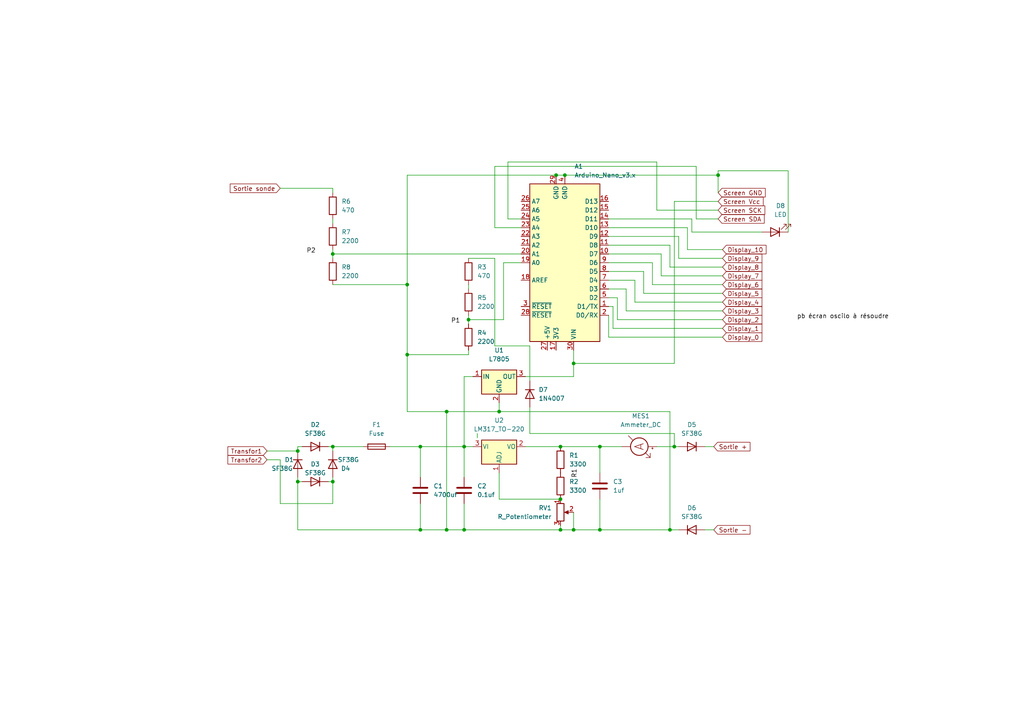
<source format=kicad_sch>
(kicad_sch (version 20211123) (generator eeschema)

  (uuid 50b11cdf-1ccf-41bf-84cf-ce965d3021f0)

  (paper "A4")

  (lib_symbols
    (symbol "Device:Ammeter_DC" (pin_numbers hide) (pin_names (offset 0.0254) hide) (in_bom yes) (on_board yes)
      (property "Reference" "MES" (id 0) (at -3.302 1.016 0)
        (effects (font (size 1.27 1.27)) (justify right))
      )
      (property "Value" "Ammeter_DC" (id 1) (at -3.302 -0.762 0)
        (effects (font (size 1.27 1.27)) (justify right))
      )
      (property "Footprint" "" (id 2) (at 0 2.54 90)
        (effects (font (size 1.27 1.27)) hide)
      )
      (property "Datasheet" "~" (id 3) (at 0 2.54 90)
        (effects (font (size 1.27 1.27)) hide)
      )
      (property "ki_keywords" "ammeter DC ampere meter" (id 4) (at 0 0 0)
        (effects (font (size 1.27 1.27)) hide)
      )
      (property "ki_description" "DC ammeter" (id 5) (at 0 0 0)
        (effects (font (size 1.27 1.27)) hide)
      )
      (symbol "Ammeter_DC_0_0"
        (polyline
          (pts
            (xy -3.175 -3.175)
            (xy -1.905 -1.905)
          )
          (stroke (width 0) (type default) (color 0 0 0 0))
          (fill (type none))
        )
        (polyline
          (pts
            (xy 1.905 1.905)
            (xy 3.175 3.175)
          )
          (stroke (width 0) (type default) (color 0 0 0 0))
          (fill (type none))
        )
        (polyline
          (pts
            (xy 1.905 3.175)
            (xy 3.175 3.175)
            (xy 3.175 1.905)
          )
          (stroke (width 0) (type default) (color 0 0 0 0))
          (fill (type none))
        )
        (text "A" (at 0 0 0)
          (effects (font (size 2.54 2.54)))
        )
      )
      (symbol "Ammeter_DC_0_1"
        (polyline
          (pts
            (xy 0.254 3.81)
            (xy 0.762 3.81)
          )
          (stroke (width 0) (type default) (color 0 0 0 0))
          (fill (type none))
        )
        (polyline
          (pts
            (xy 0.508 4.064)
            (xy 0.508 3.556)
          )
          (stroke (width 0) (type default) (color 0 0 0 0))
          (fill (type none))
        )
        (circle (center 0 0) (radius 2.54)
          (stroke (width 0.254) (type default) (color 0 0 0 0))
          (fill (type none))
        )
      )
      (symbol "Ammeter_DC_1_1"
        (pin passive line (at 0 -5.08 90) (length 2.54)
          (name "-" (effects (font (size 1.27 1.27))))
          (number "1" (effects (font (size 1.27 1.27))))
        )
        (pin passive line (at 0 5.08 270) (length 2.54)
          (name "+" (effects (font (size 1.27 1.27))))
          (number "2" (effects (font (size 1.27 1.27))))
        )
      )
    )
    (symbol "Device:C" (pin_numbers hide) (pin_names (offset 0.254)) (in_bom yes) (on_board yes)
      (property "Reference" "C" (id 0) (at 0.635 2.54 0)
        (effects (font (size 1.27 1.27)) (justify left))
      )
      (property "Value" "C" (id 1) (at 0.635 -2.54 0)
        (effects (font (size 1.27 1.27)) (justify left))
      )
      (property "Footprint" "" (id 2) (at 0.9652 -3.81 0)
        (effects (font (size 1.27 1.27)) hide)
      )
      (property "Datasheet" "~" (id 3) (at 0 0 0)
        (effects (font (size 1.27 1.27)) hide)
      )
      (property "ki_keywords" "cap capacitor" (id 4) (at 0 0 0)
        (effects (font (size 1.27 1.27)) hide)
      )
      (property "ki_description" "Unpolarized capacitor" (id 5) (at 0 0 0)
        (effects (font (size 1.27 1.27)) hide)
      )
      (property "ki_fp_filters" "C_*" (id 6) (at 0 0 0)
        (effects (font (size 1.27 1.27)) hide)
      )
      (symbol "C_0_1"
        (polyline
          (pts
            (xy -2.032 -0.762)
            (xy 2.032 -0.762)
          )
          (stroke (width 0.508) (type default) (color 0 0 0 0))
          (fill (type none))
        )
        (polyline
          (pts
            (xy -2.032 0.762)
            (xy 2.032 0.762)
          )
          (stroke (width 0.508) (type default) (color 0 0 0 0))
          (fill (type none))
        )
      )
      (symbol "C_1_1"
        (pin passive line (at 0 3.81 270) (length 2.794)
          (name "~" (effects (font (size 1.27 1.27))))
          (number "1" (effects (font (size 1.27 1.27))))
        )
        (pin passive line (at 0 -3.81 90) (length 2.794)
          (name "~" (effects (font (size 1.27 1.27))))
          (number "2" (effects (font (size 1.27 1.27))))
        )
      )
    )
    (symbol "Device:D" (pin_numbers hide) (pin_names (offset 1.016) hide) (in_bom yes) (on_board yes)
      (property "Reference" "D" (id 0) (at 0 2.54 0)
        (effects (font (size 1.27 1.27)))
      )
      (property "Value" "D" (id 1) (at 0 -2.54 0)
        (effects (font (size 1.27 1.27)))
      )
      (property "Footprint" "" (id 2) (at 0 0 0)
        (effects (font (size 1.27 1.27)) hide)
      )
      (property "Datasheet" "~" (id 3) (at 0 0 0)
        (effects (font (size 1.27 1.27)) hide)
      )
      (property "ki_keywords" "diode" (id 4) (at 0 0 0)
        (effects (font (size 1.27 1.27)) hide)
      )
      (property "ki_description" "Diode" (id 5) (at 0 0 0)
        (effects (font (size 1.27 1.27)) hide)
      )
      (property "ki_fp_filters" "TO-???* *_Diode_* *SingleDiode* D_*" (id 6) (at 0 0 0)
        (effects (font (size 1.27 1.27)) hide)
      )
      (symbol "D_0_1"
        (polyline
          (pts
            (xy -1.27 1.27)
            (xy -1.27 -1.27)
          )
          (stroke (width 0.254) (type default) (color 0 0 0 0))
          (fill (type none))
        )
        (polyline
          (pts
            (xy 1.27 0)
            (xy -1.27 0)
          )
          (stroke (width 0) (type default) (color 0 0 0 0))
          (fill (type none))
        )
        (polyline
          (pts
            (xy 1.27 1.27)
            (xy 1.27 -1.27)
            (xy -1.27 0)
            (xy 1.27 1.27)
          )
          (stroke (width 0.254) (type default) (color 0 0 0 0))
          (fill (type none))
        )
      )
      (symbol "D_1_1"
        (pin passive line (at -3.81 0 0) (length 2.54)
          (name "K" (effects (font (size 1.27 1.27))))
          (number "1" (effects (font (size 1.27 1.27))))
        )
        (pin passive line (at 3.81 0 180) (length 2.54)
          (name "A" (effects (font (size 1.27 1.27))))
          (number "2" (effects (font (size 1.27 1.27))))
        )
      )
    )
    (symbol "Device:Fuse" (pin_numbers hide) (pin_names (offset 0)) (in_bom yes) (on_board yes)
      (property "Reference" "F" (id 0) (at 2.032 0 90)
        (effects (font (size 1.27 1.27)))
      )
      (property "Value" "Fuse" (id 1) (at -1.905 0 90)
        (effects (font (size 1.27 1.27)))
      )
      (property "Footprint" "" (id 2) (at -1.778 0 90)
        (effects (font (size 1.27 1.27)) hide)
      )
      (property "Datasheet" "~" (id 3) (at 0 0 0)
        (effects (font (size 1.27 1.27)) hide)
      )
      (property "ki_keywords" "fuse" (id 4) (at 0 0 0)
        (effects (font (size 1.27 1.27)) hide)
      )
      (property "ki_description" "Fuse" (id 5) (at 0 0 0)
        (effects (font (size 1.27 1.27)) hide)
      )
      (property "ki_fp_filters" "*Fuse*" (id 6) (at 0 0 0)
        (effects (font (size 1.27 1.27)) hide)
      )
      (symbol "Fuse_0_1"
        (rectangle (start -0.762 -2.54) (end 0.762 2.54)
          (stroke (width 0.254) (type default) (color 0 0 0 0))
          (fill (type none))
        )
        (polyline
          (pts
            (xy 0 2.54)
            (xy 0 -2.54)
          )
          (stroke (width 0) (type default) (color 0 0 0 0))
          (fill (type none))
        )
      )
      (symbol "Fuse_1_1"
        (pin passive line (at 0 3.81 270) (length 1.27)
          (name "~" (effects (font (size 1.27 1.27))))
          (number "1" (effects (font (size 1.27 1.27))))
        )
        (pin passive line (at 0 -3.81 90) (length 1.27)
          (name "~" (effects (font (size 1.27 1.27))))
          (number "2" (effects (font (size 1.27 1.27))))
        )
      )
    )
    (symbol "Device:LED" (pin_numbers hide) (pin_names (offset 1.016) hide) (in_bom yes) (on_board yes)
      (property "Reference" "D" (id 0) (at 0 2.54 0)
        (effects (font (size 1.27 1.27)))
      )
      (property "Value" "LED" (id 1) (at 0 -2.54 0)
        (effects (font (size 1.27 1.27)))
      )
      (property "Footprint" "" (id 2) (at 0 0 0)
        (effects (font (size 1.27 1.27)) hide)
      )
      (property "Datasheet" "~" (id 3) (at 0 0 0)
        (effects (font (size 1.27 1.27)) hide)
      )
      (property "ki_keywords" "LED diode" (id 4) (at 0 0 0)
        (effects (font (size 1.27 1.27)) hide)
      )
      (property "ki_description" "Light emitting diode" (id 5) (at 0 0 0)
        (effects (font (size 1.27 1.27)) hide)
      )
      (property "ki_fp_filters" "LED* LED_SMD:* LED_THT:*" (id 6) (at 0 0 0)
        (effects (font (size 1.27 1.27)) hide)
      )
      (symbol "LED_0_1"
        (polyline
          (pts
            (xy -1.27 -1.27)
            (xy -1.27 1.27)
          )
          (stroke (width 0.254) (type default) (color 0 0 0 0))
          (fill (type none))
        )
        (polyline
          (pts
            (xy -1.27 0)
            (xy 1.27 0)
          )
          (stroke (width 0) (type default) (color 0 0 0 0))
          (fill (type none))
        )
        (polyline
          (pts
            (xy 1.27 -1.27)
            (xy 1.27 1.27)
            (xy -1.27 0)
            (xy 1.27 -1.27)
          )
          (stroke (width 0.254) (type default) (color 0 0 0 0))
          (fill (type none))
        )
        (polyline
          (pts
            (xy -3.048 -0.762)
            (xy -4.572 -2.286)
            (xy -3.81 -2.286)
            (xy -4.572 -2.286)
            (xy -4.572 -1.524)
          )
          (stroke (width 0) (type default) (color 0 0 0 0))
          (fill (type none))
        )
        (polyline
          (pts
            (xy -1.778 -0.762)
            (xy -3.302 -2.286)
            (xy -2.54 -2.286)
            (xy -3.302 -2.286)
            (xy -3.302 -1.524)
          )
          (stroke (width 0) (type default) (color 0 0 0 0))
          (fill (type none))
        )
      )
      (symbol "LED_1_1"
        (pin passive line (at -3.81 0 0) (length 2.54)
          (name "K" (effects (font (size 1.27 1.27))))
          (number "1" (effects (font (size 1.27 1.27))))
        )
        (pin passive line (at 3.81 0 180) (length 2.54)
          (name "A" (effects (font (size 1.27 1.27))))
          (number "2" (effects (font (size 1.27 1.27))))
        )
      )
    )
    (symbol "Device:R" (pin_numbers hide) (pin_names (offset 0)) (in_bom yes) (on_board yes)
      (property "Reference" "R" (id 0) (at 2.032 0 90)
        (effects (font (size 1.27 1.27)))
      )
      (property "Value" "R" (id 1) (at 0 0 90)
        (effects (font (size 1.27 1.27)))
      )
      (property "Footprint" "" (id 2) (at -1.778 0 90)
        (effects (font (size 1.27 1.27)) hide)
      )
      (property "Datasheet" "~" (id 3) (at 0 0 0)
        (effects (font (size 1.27 1.27)) hide)
      )
      (property "ki_keywords" "R res resistor" (id 4) (at 0 0 0)
        (effects (font (size 1.27 1.27)) hide)
      )
      (property "ki_description" "Resistor" (id 5) (at 0 0 0)
        (effects (font (size 1.27 1.27)) hide)
      )
      (property "ki_fp_filters" "R_*" (id 6) (at 0 0 0)
        (effects (font (size 1.27 1.27)) hide)
      )
      (symbol "R_0_1"
        (rectangle (start -1.016 -2.54) (end 1.016 2.54)
          (stroke (width 0.254) (type default) (color 0 0 0 0))
          (fill (type none))
        )
      )
      (symbol "R_1_1"
        (pin passive line (at 0 3.81 270) (length 1.27)
          (name "~" (effects (font (size 1.27 1.27))))
          (number "1" (effects (font (size 1.27 1.27))))
        )
        (pin passive line (at 0 -3.81 90) (length 1.27)
          (name "~" (effects (font (size 1.27 1.27))))
          (number "2" (effects (font (size 1.27 1.27))))
        )
      )
    )
    (symbol "Device:R_Potentiometer" (pin_names (offset 1.016) hide) (in_bom yes) (on_board yes)
      (property "Reference" "RV" (id 0) (at -4.445 0 90)
        (effects (font (size 1.27 1.27)))
      )
      (property "Value" "R_Potentiometer" (id 1) (at -2.54 0 90)
        (effects (font (size 1.27 1.27)))
      )
      (property "Footprint" "" (id 2) (at 0 0 0)
        (effects (font (size 1.27 1.27)) hide)
      )
      (property "Datasheet" "~" (id 3) (at 0 0 0)
        (effects (font (size 1.27 1.27)) hide)
      )
      (property "ki_keywords" "resistor variable" (id 4) (at 0 0 0)
        (effects (font (size 1.27 1.27)) hide)
      )
      (property "ki_description" "Potentiometer" (id 5) (at 0 0 0)
        (effects (font (size 1.27 1.27)) hide)
      )
      (property "ki_fp_filters" "Potentiometer*" (id 6) (at 0 0 0)
        (effects (font (size 1.27 1.27)) hide)
      )
      (symbol "R_Potentiometer_0_1"
        (polyline
          (pts
            (xy 2.54 0)
            (xy 1.524 0)
          )
          (stroke (width 0) (type default) (color 0 0 0 0))
          (fill (type none))
        )
        (polyline
          (pts
            (xy 1.143 0)
            (xy 2.286 0.508)
            (xy 2.286 -0.508)
            (xy 1.143 0)
          )
          (stroke (width 0) (type default) (color 0 0 0 0))
          (fill (type outline))
        )
        (rectangle (start 1.016 2.54) (end -1.016 -2.54)
          (stroke (width 0.254) (type default) (color 0 0 0 0))
          (fill (type none))
        )
      )
      (symbol "R_Potentiometer_1_1"
        (pin passive line (at 0 3.81 270) (length 1.27)
          (name "1" (effects (font (size 1.27 1.27))))
          (number "1" (effects (font (size 1.27 1.27))))
        )
        (pin passive line (at 3.81 0 180) (length 1.27)
          (name "2" (effects (font (size 1.27 1.27))))
          (number "2" (effects (font (size 1.27 1.27))))
        )
        (pin passive line (at 0 -3.81 90) (length 1.27)
          (name "3" (effects (font (size 1.27 1.27))))
          (number "3" (effects (font (size 1.27 1.27))))
        )
      )
    )
    (symbol "MCU_Module:Arduino_Nano_v3.x" (in_bom yes) (on_board yes)
      (property "Reference" "A" (id 0) (at -10.16 23.495 0)
        (effects (font (size 1.27 1.27)) (justify left bottom))
      )
      (property "Value" "Arduino_Nano_v3.x" (id 1) (at 5.08 -24.13 0)
        (effects (font (size 1.27 1.27)) (justify left top))
      )
      (property "Footprint" "Module:Arduino_Nano" (id 2) (at 0 0 0)
        (effects (font (size 1.27 1.27) italic) hide)
      )
      (property "Datasheet" "http://www.mouser.com/pdfdocs/Gravitech_Arduino_Nano3_0.pdf" (id 3) (at 0 0 0)
        (effects (font (size 1.27 1.27)) hide)
      )
      (property "ki_keywords" "Arduino nano microcontroller module USB" (id 4) (at 0 0 0)
        (effects (font (size 1.27 1.27)) hide)
      )
      (property "ki_description" "Arduino Nano v3.x" (id 5) (at 0 0 0)
        (effects (font (size 1.27 1.27)) hide)
      )
      (property "ki_fp_filters" "Arduino*Nano*" (id 6) (at 0 0 0)
        (effects (font (size 1.27 1.27)) hide)
      )
      (symbol "Arduino_Nano_v3.x_0_1"
        (rectangle (start -10.16 22.86) (end 10.16 -22.86)
          (stroke (width 0.254) (type default) (color 0 0 0 0))
          (fill (type background))
        )
      )
      (symbol "Arduino_Nano_v3.x_1_1"
        (pin bidirectional line (at -12.7 12.7 0) (length 2.54)
          (name "D1/TX" (effects (font (size 1.27 1.27))))
          (number "1" (effects (font (size 1.27 1.27))))
        )
        (pin bidirectional line (at -12.7 -2.54 0) (length 2.54)
          (name "D7" (effects (font (size 1.27 1.27))))
          (number "10" (effects (font (size 1.27 1.27))))
        )
        (pin bidirectional line (at -12.7 -5.08 0) (length 2.54)
          (name "D8" (effects (font (size 1.27 1.27))))
          (number "11" (effects (font (size 1.27 1.27))))
        )
        (pin bidirectional line (at -12.7 -7.62 0) (length 2.54)
          (name "D9" (effects (font (size 1.27 1.27))))
          (number "12" (effects (font (size 1.27 1.27))))
        )
        (pin bidirectional line (at -12.7 -10.16 0) (length 2.54)
          (name "D10" (effects (font (size 1.27 1.27))))
          (number "13" (effects (font (size 1.27 1.27))))
        )
        (pin bidirectional line (at -12.7 -12.7 0) (length 2.54)
          (name "D11" (effects (font (size 1.27 1.27))))
          (number "14" (effects (font (size 1.27 1.27))))
        )
        (pin bidirectional line (at -12.7 -15.24 0) (length 2.54)
          (name "D12" (effects (font (size 1.27 1.27))))
          (number "15" (effects (font (size 1.27 1.27))))
        )
        (pin bidirectional line (at -12.7 -17.78 0) (length 2.54)
          (name "D13" (effects (font (size 1.27 1.27))))
          (number "16" (effects (font (size 1.27 1.27))))
        )
        (pin power_out line (at 2.54 25.4 270) (length 2.54)
          (name "3V3" (effects (font (size 1.27 1.27))))
          (number "17" (effects (font (size 1.27 1.27))))
        )
        (pin input line (at 12.7 5.08 180) (length 2.54)
          (name "AREF" (effects (font (size 1.27 1.27))))
          (number "18" (effects (font (size 1.27 1.27))))
        )
        (pin bidirectional line (at 12.7 0 180) (length 2.54)
          (name "A0" (effects (font (size 1.27 1.27))))
          (number "19" (effects (font (size 1.27 1.27))))
        )
        (pin bidirectional line (at -12.7 15.24 0) (length 2.54)
          (name "D0/RX" (effects (font (size 1.27 1.27))))
          (number "2" (effects (font (size 1.27 1.27))))
        )
        (pin bidirectional line (at 12.7 -2.54 180) (length 2.54)
          (name "A1" (effects (font (size 1.27 1.27))))
          (number "20" (effects (font (size 1.27 1.27))))
        )
        (pin bidirectional line (at 12.7 -5.08 180) (length 2.54)
          (name "A2" (effects (font (size 1.27 1.27))))
          (number "21" (effects (font (size 1.27 1.27))))
        )
        (pin bidirectional line (at 12.7 -7.62 180) (length 2.54)
          (name "A3" (effects (font (size 1.27 1.27))))
          (number "22" (effects (font (size 1.27 1.27))))
        )
        (pin bidirectional line (at 12.7 -10.16 180) (length 2.54)
          (name "A4" (effects (font (size 1.27 1.27))))
          (number "23" (effects (font (size 1.27 1.27))))
        )
        (pin bidirectional line (at 12.7 -12.7 180) (length 2.54)
          (name "A5" (effects (font (size 1.27 1.27))))
          (number "24" (effects (font (size 1.27 1.27))))
        )
        (pin bidirectional line (at 12.7 -15.24 180) (length 2.54)
          (name "A6" (effects (font (size 1.27 1.27))))
          (number "25" (effects (font (size 1.27 1.27))))
        )
        (pin bidirectional line (at 12.7 -17.78 180) (length 2.54)
          (name "A7" (effects (font (size 1.27 1.27))))
          (number "26" (effects (font (size 1.27 1.27))))
        )
        (pin power_out line (at 5.08 25.4 270) (length 2.54)
          (name "+5V" (effects (font (size 1.27 1.27))))
          (number "27" (effects (font (size 1.27 1.27))))
        )
        (pin input line (at 12.7 15.24 180) (length 2.54)
          (name "~{RESET}" (effects (font (size 1.27 1.27))))
          (number "28" (effects (font (size 1.27 1.27))))
        )
        (pin power_in line (at 2.54 -25.4 90) (length 2.54)
          (name "GND" (effects (font (size 1.27 1.27))))
          (number "29" (effects (font (size 1.27 1.27))))
        )
        (pin input line (at 12.7 12.7 180) (length 2.54)
          (name "~{RESET}" (effects (font (size 1.27 1.27))))
          (number "3" (effects (font (size 1.27 1.27))))
        )
        (pin power_in line (at -2.54 25.4 270) (length 2.54)
          (name "VIN" (effects (font (size 1.27 1.27))))
          (number "30" (effects (font (size 1.27 1.27))))
        )
        (pin power_in line (at 0 -25.4 90) (length 2.54)
          (name "GND" (effects (font (size 1.27 1.27))))
          (number "4" (effects (font (size 1.27 1.27))))
        )
        (pin bidirectional line (at -12.7 10.16 0) (length 2.54)
          (name "D2" (effects (font (size 1.27 1.27))))
          (number "5" (effects (font (size 1.27 1.27))))
        )
        (pin bidirectional line (at -12.7 7.62 0) (length 2.54)
          (name "D3" (effects (font (size 1.27 1.27))))
          (number "6" (effects (font (size 1.27 1.27))))
        )
        (pin bidirectional line (at -12.7 5.08 0) (length 2.54)
          (name "D4" (effects (font (size 1.27 1.27))))
          (number "7" (effects (font (size 1.27 1.27))))
        )
        (pin bidirectional line (at -12.7 2.54 0) (length 2.54)
          (name "D5" (effects (font (size 1.27 1.27))))
          (number "8" (effects (font (size 1.27 1.27))))
        )
        (pin bidirectional line (at -12.7 0 0) (length 2.54)
          (name "D6" (effects (font (size 1.27 1.27))))
          (number "9" (effects (font (size 1.27 1.27))))
        )
      )
    )
    (symbol "Regulator_Linear:L7805" (pin_names (offset 0.254)) (in_bom yes) (on_board yes)
      (property "Reference" "U" (id 0) (at -3.81 3.175 0)
        (effects (font (size 1.27 1.27)))
      )
      (property "Value" "L7805" (id 1) (at 0 3.175 0)
        (effects (font (size 1.27 1.27)) (justify left))
      )
      (property "Footprint" "" (id 2) (at 0.635 -3.81 0)
        (effects (font (size 1.27 1.27) italic) (justify left) hide)
      )
      (property "Datasheet" "http://www.st.com/content/ccc/resource/technical/document/datasheet/41/4f/b3/b0/12/d4/47/88/CD00000444.pdf/files/CD00000444.pdf/jcr:content/translations/en.CD00000444.pdf" (id 3) (at 0 -1.27 0)
        (effects (font (size 1.27 1.27)) hide)
      )
      (property "ki_keywords" "Voltage Regulator 1.5A Positive" (id 4) (at 0 0 0)
        (effects (font (size 1.27 1.27)) hide)
      )
      (property "ki_description" "Positive 1.5A 35V Linear Regulator, Fixed Output 5V, TO-220/TO-263/TO-252" (id 5) (at 0 0 0)
        (effects (font (size 1.27 1.27)) hide)
      )
      (property "ki_fp_filters" "TO?252* TO?263* TO?220*" (id 6) (at 0 0 0)
        (effects (font (size 1.27 1.27)) hide)
      )
      (symbol "L7805_0_1"
        (rectangle (start -5.08 1.905) (end 5.08 -5.08)
          (stroke (width 0.254) (type default) (color 0 0 0 0))
          (fill (type background))
        )
      )
      (symbol "L7805_1_1"
        (pin power_in line (at -7.62 0 0) (length 2.54)
          (name "IN" (effects (font (size 1.27 1.27))))
          (number "1" (effects (font (size 1.27 1.27))))
        )
        (pin power_in line (at 0 -7.62 90) (length 2.54)
          (name "GND" (effects (font (size 1.27 1.27))))
          (number "2" (effects (font (size 1.27 1.27))))
        )
        (pin power_out line (at 7.62 0 180) (length 2.54)
          (name "OUT" (effects (font (size 1.27 1.27))))
          (number "3" (effects (font (size 1.27 1.27))))
        )
      )
    )
    (symbol "Regulator_Linear:LM317_TO-220" (pin_names (offset 0.254)) (in_bom yes) (on_board yes)
      (property "Reference" "U" (id 0) (at -3.81 3.175 0)
        (effects (font (size 1.27 1.27)))
      )
      (property "Value" "LM317_TO-220" (id 1) (at 0 3.175 0)
        (effects (font (size 1.27 1.27)) (justify left))
      )
      (property "Footprint" "Package_TO_SOT_THT:TO-220-3_Vertical" (id 2) (at 0 6.35 0)
        (effects (font (size 1.27 1.27) italic) hide)
      )
      (property "Datasheet" "http://www.ti.com/lit/ds/symlink/lm317.pdf" (id 3) (at 0 0 0)
        (effects (font (size 1.27 1.27)) hide)
      )
      (property "ki_keywords" "Adjustable Voltage Regulator 1A Positive" (id 4) (at 0 0 0)
        (effects (font (size 1.27 1.27)) hide)
      )
      (property "ki_description" "1.5A 35V Adjustable Linear Regulator, TO-220" (id 5) (at 0 0 0)
        (effects (font (size 1.27 1.27)) hide)
      )
      (property "ki_fp_filters" "TO?220*" (id 6) (at 0 0 0)
        (effects (font (size 1.27 1.27)) hide)
      )
      (symbol "LM317_TO-220_0_1"
        (rectangle (start -5.08 1.905) (end 5.08 -5.08)
          (stroke (width 0.254) (type default) (color 0 0 0 0))
          (fill (type background))
        )
      )
      (symbol "LM317_TO-220_1_1"
        (pin input line (at 0 -7.62 90) (length 2.54)
          (name "ADJ" (effects (font (size 1.27 1.27))))
          (number "1" (effects (font (size 1.27 1.27))))
        )
        (pin power_out line (at 7.62 0 180) (length 2.54)
          (name "VO" (effects (font (size 1.27 1.27))))
          (number "2" (effects (font (size 1.27 1.27))))
        )
        (pin power_in line (at -7.62 0 0) (length 2.54)
          (name "VI" (effects (font (size 1.27 1.27))))
          (number "3" (effects (font (size 1.27 1.27))))
        )
      )
    )
  )

  (junction (at 144.78 119.38) (diameter 0) (color 0 0 0 0)
    (uuid 00c12d98-1443-46a3-a74b-ebfecb4d248d)
  )
  (junction (at 163.83 50.8) (diameter 0) (color 0 0 0 0)
    (uuid 0888ff6d-45fe-4dce-acfb-7f875a5d1027)
  )
  (junction (at 194.31 153.67) (diameter 0) (color 0 0 0 0)
    (uuid 1271360e-e3d6-492a-8909-2f4b33b7d63f)
  )
  (junction (at 86.36 139.7) (diameter 0) (color 0 0 0 0)
    (uuid 14317238-3b2a-4099-938b-4e23fcd69b4d)
  )
  (junction (at 162.56 144.78) (diameter 0) (color 0 0 0 0)
    (uuid 19ed0ca6-a9af-4983-ab51-75655a30df90)
  )
  (junction (at 129.54 119.38) (diameter 0) (color 0 0 0 0)
    (uuid 25934d3c-fb2d-4278-b45b-6b813f44a03e)
  )
  (junction (at 195.58 129.54) (diameter 0) (color 0 0 0 0)
    (uuid 31608cd8-5dfa-462c-b3fb-54d5f5c28409)
  )
  (junction (at 86.36 130.81) (diameter 0) (color 0 0 0 0)
    (uuid 3baf38e5-fa18-4e8f-8039-02c877ee5c33)
  )
  (junction (at 161.29 50.8) (diameter 0) (color 0 0 0 0)
    (uuid 459fa2a0-0674-4bc9-863f-39df0689fec0)
  )
  (junction (at 135.89 92.71) (diameter 0) (color 0 0 0 0)
    (uuid 556b5dd4-7e12-4577-99c4-7cadcced1c33)
  )
  (junction (at 118.11 102.87) (diameter 0) (color 0 0 0 0)
    (uuid 679f7d66-6c04-49da-865d-5ad76ea9493e)
  )
  (junction (at 118.11 82.55) (diameter 0) (color 0 0 0 0)
    (uuid 6bfe963b-64ee-4db1-b049-aadf963e6c48)
  )
  (junction (at 96.52 73.66) (diameter 0) (color 0 0 0 0)
    (uuid 6db7b095-87d0-4c07-956f-9bc22cf6a4f7)
  )
  (junction (at 166.37 105.41) (diameter 0) (color 0 0 0 0)
    (uuid 6e39f74d-42d1-40f6-8472-70620154c80f)
  )
  (junction (at 121.92 129.54) (diameter 0) (color 0 0 0 0)
    (uuid 7a8211fa-3000-4779-8314-6801b6c7aff6)
  )
  (junction (at 166.37 153.67) (diameter 0) (color 0 0 0 0)
    (uuid 9f8e3fcc-2eb1-4064-8cbd-1d2c9edcf323)
  )
  (junction (at 121.92 153.67) (diameter 0) (color 0 0 0 0)
    (uuid a0b304d6-3141-45d7-b1e7-d6a15fe80edf)
  )
  (junction (at 96.52 129.54) (diameter 0) (color 0 0 0 0)
    (uuid aa8e1079-c62a-41f8-8249-1ea9700f0009)
  )
  (junction (at 96.52 139.7) (diameter 0) (color 0 0 0 0)
    (uuid bc47ee58-767a-4109-9a44-a1e491b41560)
  )
  (junction (at 173.99 129.54) (diameter 0) (color 0 0 0 0)
    (uuid c0cb7af4-8faf-4b1c-80a6-c9af3629bc75)
  )
  (junction (at 162.56 153.67) (diameter 0) (color 0 0 0 0)
    (uuid c77c3431-f3db-41a9-aadf-245a697fd5d5)
  )
  (junction (at 129.54 153.67) (diameter 0) (color 0 0 0 0)
    (uuid e44e2910-5068-48c0-8d5a-a0643dbdda88)
  )
  (junction (at 134.62 129.54) (diameter 0) (color 0 0 0 0)
    (uuid e8934af3-22cb-4844-9de2-623ce8630d29)
  )
  (junction (at 173.99 153.67) (diameter 0) (color 0 0 0 0)
    (uuid ef28b7f0-9fed-4a25-8b91-cb5f3faead4b)
  )
  (junction (at 162.56 129.54) (diameter 0) (color 0 0 0 0)
    (uuid f0ed228d-b625-4058-b823-498ed3a7ef30)
  )
  (junction (at 134.62 153.67) (diameter 0) (color 0 0 0 0)
    (uuid f85b4b7b-8d45-4310-b515-4826bf8247b0)
  )
  (junction (at 208.28 50.8) (diameter 0) (color 0 0 0 0)
    (uuid fce7588e-56e7-48f1-bab8-200eb69f7b1d)
  )

  (wire (pts (xy 135.89 82.55) (xy 135.89 83.82))
    (stroke (width 0) (type default) (color 0 0 0 0))
    (uuid 01c710c3-1b14-40eb-9390-9be3ff337d83)
  )
  (wire (pts (xy 190.5 46.99) (xy 147.32 46.99))
    (stroke (width 0) (type default) (color 0 0 0 0))
    (uuid 053ac477-2344-423d-b66c-2497e048c698)
  )
  (wire (pts (xy 118.11 82.55) (xy 118.11 102.87))
    (stroke (width 0) (type default) (color 0 0 0 0))
    (uuid 05c78f35-7ed8-4996-9bc5-bb885a2d6c8f)
  )
  (wire (pts (xy 151.13 66.04) (xy 143.51 66.04))
    (stroke (width 0) (type default) (color 0 0 0 0))
    (uuid 061ba195-7ee0-4191-a50c-668b799c8595)
  )
  (wire (pts (xy 86.36 139.7) (xy 87.63 139.7))
    (stroke (width 0) (type default) (color 0 0 0 0))
    (uuid 06d6db61-39bc-41db-9a4e-aae622361e67)
  )
  (wire (pts (xy 86.36 138.43) (xy 86.36 139.7))
    (stroke (width 0) (type default) (color 0 0 0 0))
    (uuid 06ec9a92-4035-480d-8465-8f1aea7411bb)
  )
  (wire (pts (xy 144.78 119.38) (xy 129.54 119.38))
    (stroke (width 0) (type default) (color 0 0 0 0))
    (uuid 0a854560-9441-474e-97c6-aa07cf7b5608)
  )
  (wire (pts (xy 194.31 71.12) (xy 194.31 77.47))
    (stroke (width 0) (type default) (color 0 0 0 0))
    (uuid 0d2ce7c4-1ff0-4f9e-99b8-c88531c59e21)
  )
  (wire (pts (xy 179.07 92.71) (xy 209.55 92.71))
    (stroke (width 0) (type default) (color 0 0 0 0))
    (uuid 0d8935cf-43f9-4ac0-8ceb-64778600dd36)
  )
  (wire (pts (xy 208.28 58.42) (xy 195.58 58.42))
    (stroke (width 0) (type default) (color 0 0 0 0))
    (uuid 0e4519c3-6301-4391-949f-28f0360cab18)
  )
  (wire (pts (xy 200.66 63.5) (xy 200.66 67.31))
    (stroke (width 0) (type default) (color 0 0 0 0))
    (uuid 0fdcbcb5-857e-46c7-8e0e-b41beaf5c260)
  )
  (wire (pts (xy 201.93 48.26) (xy 201.93 63.5))
    (stroke (width 0) (type default) (color 0 0 0 0))
    (uuid 10b24dd6-6fba-40d4-9ddd-35cfd8572cf0)
  )
  (wire (pts (xy 146.05 92.71) (xy 146.05 76.2))
    (stroke (width 0) (type default) (color 0 0 0 0))
    (uuid 127e275d-9d15-4f12-a604-2c9bbb638b56)
  )
  (wire (pts (xy 176.53 63.5) (xy 200.66 63.5))
    (stroke (width 0) (type default) (color 0 0 0 0))
    (uuid 141f294a-924e-4241-9e9d-a626bdac9d1e)
  )
  (wire (pts (xy 166.37 105.41) (xy 166.37 101.6))
    (stroke (width 0) (type default) (color 0 0 0 0))
    (uuid 14951170-0c14-4ca7-a0c7-30bd030dfd93)
  )
  (wire (pts (xy 176.53 88.9) (xy 177.8 88.9))
    (stroke (width 0) (type default) (color 0 0 0 0))
    (uuid 14c8ce88-544b-46b1-b8c6-554fdf120669)
  )
  (wire (pts (xy 118.11 50.8) (xy 118.11 82.55))
    (stroke (width 0) (type default) (color 0 0 0 0))
    (uuid 15cab641-9ea9-4024-921b-1ee9326c187c)
  )
  (wire (pts (xy 208.28 60.96) (xy 190.5 60.96))
    (stroke (width 0) (type default) (color 0 0 0 0))
    (uuid 16d6c3ea-949a-4238-a85c-d9a1f87075cb)
  )
  (wire (pts (xy 113.03 129.54) (xy 121.92 129.54))
    (stroke (width 0) (type default) (color 0 0 0 0))
    (uuid 17964fbe-59e1-44d5-bf9d-62c7a891c8c6)
  )
  (wire (pts (xy 96.52 64.77) (xy 96.52 63.5))
    (stroke (width 0) (type default) (color 0 0 0 0))
    (uuid 1a38d7a7-66f1-4da6-85e4-6a5d29bec794)
  )
  (wire (pts (xy 121.92 129.54) (xy 121.92 138.43))
    (stroke (width 0) (type default) (color 0 0 0 0))
    (uuid 1c5e2320-a7cf-4363-82d1-edd247a07a41)
  )
  (wire (pts (xy 195.58 129.54) (xy 196.85 129.54))
    (stroke (width 0) (type default) (color 0 0 0 0))
    (uuid 1fcb4bb9-210c-4fc0-9f6e-0adaa7c4ba22)
  )
  (wire (pts (xy 147.32 63.5) (xy 151.13 63.5))
    (stroke (width 0) (type default) (color 0 0 0 0))
    (uuid 23ee132f-1e51-4e63-8fc2-329534e1f3cc)
  )
  (wire (pts (xy 176.53 81.28) (xy 184.15 81.28))
    (stroke (width 0) (type default) (color 0 0 0 0))
    (uuid 27cc6b1a-41e8-4958-8d3a-5f40003f2c93)
  )
  (wire (pts (xy 134.62 129.54) (xy 134.62 138.43))
    (stroke (width 0) (type default) (color 0 0 0 0))
    (uuid 288b1d15-d910-43a2-b63c-7d6decfb1cf0)
  )
  (wire (pts (xy 189.23 82.55) (xy 209.55 82.55))
    (stroke (width 0) (type default) (color 0 0 0 0))
    (uuid 2b43c4af-a1c2-489f-9739-f993a8b17dcb)
  )
  (wire (pts (xy 81.28 54.61) (xy 96.52 54.61))
    (stroke (width 0) (type default) (color 0 0 0 0))
    (uuid 2ce9c919-c786-4c68-834f-fde519f3597d)
  )
  (wire (pts (xy 173.99 129.54) (xy 173.99 137.16))
    (stroke (width 0) (type default) (color 0 0 0 0))
    (uuid 2e51b25f-708f-400f-bb45-b6b070814193)
  )
  (wire (pts (xy 191.77 80.01) (xy 209.55 80.01))
    (stroke (width 0) (type default) (color 0 0 0 0))
    (uuid 3034601a-1f26-4e09-b120-e76fc994de91)
  )
  (wire (pts (xy 135.89 91.44) (xy 135.89 92.71))
    (stroke (width 0) (type default) (color 0 0 0 0))
    (uuid 3582f71e-a7e2-4026-8e19-f34692f1b6f7)
  )
  (wire (pts (xy 176.53 97.79) (xy 209.55 97.79))
    (stroke (width 0) (type default) (color 0 0 0 0))
    (uuid 35a421a8-e77f-452b-becd-3633a6c8b04d)
  )
  (wire (pts (xy 95.25 139.7) (xy 96.52 139.7))
    (stroke (width 0) (type default) (color 0 0 0 0))
    (uuid 36b33d31-33d1-4d8e-9134-e9df43c4f3db)
  )
  (wire (pts (xy 96.52 129.54) (xy 105.41 129.54))
    (stroke (width 0) (type default) (color 0 0 0 0))
    (uuid 39971ddb-0d34-449e-8d66-18c951c4b83a)
  )
  (wire (pts (xy 96.52 72.39) (xy 96.52 73.66))
    (stroke (width 0) (type default) (color 0 0 0 0))
    (uuid 3ac8242b-a652-4046-adf6-0c805b65301f)
  )
  (wire (pts (xy 96.52 146.05) (xy 96.52 139.7))
    (stroke (width 0) (type default) (color 0 0 0 0))
    (uuid 3b4fe14f-2520-4573-8d71-8c395650cc8a)
  )
  (wire (pts (xy 195.58 58.42) (xy 195.58 105.41))
    (stroke (width 0) (type default) (color 0 0 0 0))
    (uuid 3e28a75a-272c-4da4-bf96-e4e182dc31b5)
  )
  (wire (pts (xy 176.53 91.44) (xy 176.53 97.79))
    (stroke (width 0) (type default) (color 0 0 0 0))
    (uuid 3f617d64-77fc-4464-99a2-8ab4f0777af6)
  )
  (wire (pts (xy 194.31 119.38) (xy 194.31 153.67))
    (stroke (width 0) (type default) (color 0 0 0 0))
    (uuid 3f82e39e-eee9-4ade-b4f3-0165d885be2e)
  )
  (wire (pts (xy 146.05 76.2) (xy 151.13 76.2))
    (stroke (width 0) (type default) (color 0 0 0 0))
    (uuid 4215b518-f268-4d25-b3f6-568498354ca5)
  )
  (wire (pts (xy 208.28 49.53) (xy 208.28 50.8))
    (stroke (width 0) (type default) (color 0 0 0 0))
    (uuid 421d5776-5b4c-407b-9e4a-db991453d929)
  )
  (wire (pts (xy 86.36 153.67) (xy 121.92 153.67))
    (stroke (width 0) (type default) (color 0 0 0 0))
    (uuid 46f23613-8593-4a93-ad3e-cd42c5aa32f9)
  )
  (wire (pts (xy 96.52 54.61) (xy 96.52 55.88))
    (stroke (width 0) (type default) (color 0 0 0 0))
    (uuid 4c7dc31d-f532-45b7-90a0-edeae87d5b58)
  )
  (wire (pts (xy 121.92 129.54) (xy 134.62 129.54))
    (stroke (width 0) (type default) (color 0 0 0 0))
    (uuid 4f41d5f3-3cc7-401f-9a4a-06f09de547ac)
  )
  (wire (pts (xy 208.28 55.88) (xy 208.28 50.8))
    (stroke (width 0) (type default) (color 0 0 0 0))
    (uuid 4f437961-0f20-4aad-bfbe-b568966f1f9e)
  )
  (wire (pts (xy 143.51 100.33) (xy 153.67 100.33))
    (stroke (width 0) (type default) (color 0 0 0 0))
    (uuid 50e9bad6-8e7d-49ca-a98d-992110a6c4a5)
  )
  (wire (pts (xy 173.99 144.78) (xy 173.99 153.67))
    (stroke (width 0) (type default) (color 0 0 0 0))
    (uuid 51da2a99-0f85-4ac7-b3fa-911f322d2d7e)
  )
  (wire (pts (xy 129.54 119.38) (xy 129.54 153.67))
    (stroke (width 0) (type default) (color 0 0 0 0))
    (uuid 56e9ba28-fbff-4c33-a32e-d07a2b16e886)
  )
  (wire (pts (xy 195.58 125.73) (xy 195.58 129.54))
    (stroke (width 0) (type default) (color 0 0 0 0))
    (uuid 59e392cb-872e-463c-924a-43aab5268e8c)
  )
  (wire (pts (xy 81.28 133.35) (xy 81.28 146.05))
    (stroke (width 0) (type default) (color 0 0 0 0))
    (uuid 5c8a5f15-d787-442e-9d69-7d4f384693d7)
  )
  (wire (pts (xy 121.92 146.05) (xy 121.92 153.67))
    (stroke (width 0) (type default) (color 0 0 0 0))
    (uuid 5f11da56-43dc-4de0-ae7e-643d3eba4750)
  )
  (wire (pts (xy 190.5 129.54) (xy 195.58 129.54))
    (stroke (width 0) (type default) (color 0 0 0 0))
    (uuid 6115773b-6f79-4bfa-8e01-8ed491c2ebb8)
  )
  (wire (pts (xy 176.53 68.58) (xy 196.85 68.58))
    (stroke (width 0) (type default) (color 0 0 0 0))
    (uuid 65e221e8-7979-4b54-8f3d-3e3f69b21bc7)
  )
  (wire (pts (xy 177.8 95.25) (xy 209.55 95.25))
    (stroke (width 0) (type default) (color 0 0 0 0))
    (uuid 679072a7-6945-4fc7-a7fe-c5ebfe21fa61)
  )
  (wire (pts (xy 96.52 129.54) (xy 96.52 130.81))
    (stroke (width 0) (type default) (color 0 0 0 0))
    (uuid 698fcc17-0660-4608-be2a-490c19b24815)
  )
  (wire (pts (xy 161.29 50.8) (xy 163.83 50.8))
    (stroke (width 0) (type default) (color 0 0 0 0))
    (uuid 6b1cf0eb-2fef-4911-88f9-ba2ed4171260)
  )
  (wire (pts (xy 118.11 102.87) (xy 135.89 102.87))
    (stroke (width 0) (type default) (color 0 0 0 0))
    (uuid 6dff7757-872f-4cc0-9357-177564e9b6f2)
  )
  (wire (pts (xy 152.4 109.22) (xy 166.37 109.22))
    (stroke (width 0) (type default) (color 0 0 0 0))
    (uuid 6fdc790d-b75a-4a59-a14a-0c3df9b01a9f)
  )
  (wire (pts (xy 95.25 129.54) (xy 96.52 129.54))
    (stroke (width 0) (type default) (color 0 0 0 0))
    (uuid 7339dea0-659b-4e1b-8f0c-c1ba70c27a49)
  )
  (wire (pts (xy 189.23 76.2) (xy 189.23 82.55))
    (stroke (width 0) (type default) (color 0 0 0 0))
    (uuid 733c9dd9-d404-46c3-841a-6bd249bf73a2)
  )
  (wire (pts (xy 143.51 66.04) (xy 143.51 48.26))
    (stroke (width 0) (type default) (color 0 0 0 0))
    (uuid 76c0e480-517f-4106-909f-496eedeed186)
  )
  (wire (pts (xy 186.69 78.74) (xy 186.69 85.09))
    (stroke (width 0) (type default) (color 0 0 0 0))
    (uuid 770744fc-1d69-4e22-b4f5-4e094fc125b8)
  )
  (wire (pts (xy 153.67 118.11) (xy 153.67 125.73))
    (stroke (width 0) (type default) (color 0 0 0 0))
    (uuid 79b58fdd-e290-4f83-b15f-d27d391895dd)
  )
  (wire (pts (xy 200.66 67.31) (xy 220.98 67.31))
    (stroke (width 0) (type default) (color 0 0 0 0))
    (uuid 7bbb7996-e2a4-49e9-83a8-0ec7ef8778d4)
  )
  (wire (pts (xy 176.53 83.82) (xy 181.61 83.82))
    (stroke (width 0) (type default) (color 0 0 0 0))
    (uuid 8131d2ed-e0a0-4ba8-934f-90ca91992168)
  )
  (wire (pts (xy 143.51 74.93) (xy 143.51 100.33))
    (stroke (width 0) (type default) (color 0 0 0 0))
    (uuid 825c0fde-d3c6-40ee-8100-76a493d66065)
  )
  (wire (pts (xy 161.29 50.8) (xy 118.11 50.8))
    (stroke (width 0) (type default) (color 0 0 0 0))
    (uuid 85533dd6-3ea3-4930-bdaf-ee4b43403528)
  )
  (wire (pts (xy 173.99 129.54) (xy 180.34 129.54))
    (stroke (width 0) (type default) (color 0 0 0 0))
    (uuid 86286005-9bde-448a-a9c8-42ace0cfce86)
  )
  (wire (pts (xy 77.47 133.35) (xy 81.28 133.35))
    (stroke (width 0) (type default) (color 0 0 0 0))
    (uuid 87cff4ef-7e16-4fd2-bb58-04cb43e01017)
  )
  (wire (pts (xy 166.37 148.59) (xy 166.37 153.67))
    (stroke (width 0) (type default) (color 0 0 0 0))
    (uuid 883fb0e7-6b71-4519-b130-28c803411eb1)
  )
  (wire (pts (xy 138.43 125.73) (xy 138.43 127))
    (stroke (width 0) (type default) (color 0 0 0 0))
    (uuid 8b8e44f4-2976-451f-b48b-0b7a232cb5da)
  )
  (wire (pts (xy 190.5 60.96) (xy 190.5 46.99))
    (stroke (width 0) (type default) (color 0 0 0 0))
    (uuid 916e705f-3720-45f7-bc6b-a4f101f90712)
  )
  (wire (pts (xy 96.52 73.66) (xy 151.13 73.66))
    (stroke (width 0) (type default) (color 0 0 0 0))
    (uuid 92a1fcab-ea20-45de-a0d7-67b46ca2444a)
  )
  (wire (pts (xy 176.53 78.74) (xy 186.69 78.74))
    (stroke (width 0) (type default) (color 0 0 0 0))
    (uuid 9321862e-3ea8-490d-9638-e8b00424a6d4)
  )
  (wire (pts (xy 207.01 153.67) (xy 204.47 153.67))
    (stroke (width 0) (type default) (color 0 0 0 0))
    (uuid 951fd75a-55aa-4242-a0f3-5fbcd5dabe0b)
  )
  (wire (pts (xy 176.53 86.36) (xy 179.07 86.36))
    (stroke (width 0) (type default) (color 0 0 0 0))
    (uuid 98538c84-46a0-4e79-9c46-c27d0b471127)
  )
  (wire (pts (xy 134.62 109.22) (xy 134.62 129.54))
    (stroke (width 0) (type default) (color 0 0 0 0))
    (uuid 9893157e-060f-468d-9e8c-3de28491ed05)
  )
  (wire (pts (xy 96.52 82.55) (xy 118.11 82.55))
    (stroke (width 0) (type default) (color 0 0 0 0))
    (uuid 9989563d-0732-464f-bd69-c7d9323f8567)
  )
  (wire (pts (xy 199.39 72.39) (xy 209.55 72.39))
    (stroke (width 0) (type default) (color 0 0 0 0))
    (uuid 9a20ba1d-12c4-41b0-a9d6-6b5fb30d19f7)
  )
  (wire (pts (xy 87.63 129.54) (xy 86.36 129.54))
    (stroke (width 0) (type default) (color 0 0 0 0))
    (uuid 9abafdf1-0b19-4933-a525-44703e426f53)
  )
  (wire (pts (xy 86.36 130.81) (xy 77.47 130.81))
    (stroke (width 0) (type default) (color 0 0 0 0))
    (uuid 9bc21ea6-f89b-47eb-8fd9-3572dc0dfaa4)
  )
  (wire (pts (xy 118.11 102.87) (xy 118.11 119.38))
    (stroke (width 0) (type default) (color 0 0 0 0))
    (uuid 9cc3eb19-4d2a-4762-83dc-e1adcaf9ac40)
  )
  (wire (pts (xy 121.92 153.67) (xy 129.54 153.67))
    (stroke (width 0) (type default) (color 0 0 0 0))
    (uuid 9d56b924-04e2-40f0-b03e-c2570c88f60e)
  )
  (wire (pts (xy 176.53 66.04) (xy 199.39 66.04))
    (stroke (width 0) (type default) (color 0 0 0 0))
    (uuid 9dde9690-908c-4639-8277-582a3f15dea7)
  )
  (wire (pts (xy 181.61 90.17) (xy 209.55 90.17))
    (stroke (width 0) (type default) (color 0 0 0 0))
    (uuid a0333ea0-a974-482c-8659-e8951fde5dd8)
  )
  (wire (pts (xy 86.36 129.54) (xy 86.36 130.81))
    (stroke (width 0) (type default) (color 0 0 0 0))
    (uuid a190977a-f7df-4f17-b306-a96a86bffcf6)
  )
  (wire (pts (xy 208.28 50.8) (xy 163.83 50.8))
    (stroke (width 0) (type default) (color 0 0 0 0))
    (uuid a2780304-afe4-49d6-a919-8a8a7e9ab9be)
  )
  (wire (pts (xy 86.36 139.7) (xy 86.36 153.67))
    (stroke (width 0) (type default) (color 0 0 0 0))
    (uuid a32c6d91-9959-4a85-9302-cf1c526846f3)
  )
  (wire (pts (xy 176.53 71.12) (xy 194.31 71.12))
    (stroke (width 0) (type default) (color 0 0 0 0))
    (uuid a6ce6cf5-9da9-44fe-a5fc-18274a67cabe)
  )
  (wire (pts (xy 135.89 93.98) (xy 135.89 92.71))
    (stroke (width 0) (type default) (color 0 0 0 0))
    (uuid a836e1a0-0a36-4cab-b138-114b350d9a5a)
  )
  (wire (pts (xy 144.78 137.16) (xy 144.78 144.78))
    (stroke (width 0) (type default) (color 0 0 0 0))
    (uuid aa7cb740-976b-4ac2-bf78-499fdfa51068)
  )
  (wire (pts (xy 184.15 81.28) (xy 184.15 87.63))
    (stroke (width 0) (type default) (color 0 0 0 0))
    (uuid b170a021-5f77-41fc-ba25-4a5697d7b4d6)
  )
  (wire (pts (xy 194.31 153.67) (xy 196.85 153.67))
    (stroke (width 0) (type default) (color 0 0 0 0))
    (uuid b42d0e50-bdae-4c10-a832-52c6845ee989)
  )
  (wire (pts (xy 196.85 74.93) (xy 209.55 74.93))
    (stroke (width 0) (type default) (color 0 0 0 0))
    (uuid b5ce0405-85a3-4480-90fa-f71b771850da)
  )
  (wire (pts (xy 144.78 119.38) (xy 194.31 119.38))
    (stroke (width 0) (type default) (color 0 0 0 0))
    (uuid b6d88124-b71d-4e7d-aeef-8cd8558f5d6f)
  )
  (wire (pts (xy 153.67 100.33) (xy 153.67 110.49))
    (stroke (width 0) (type default) (color 0 0 0 0))
    (uuid ba1292d0-4ba2-428f-8f7a-41009bff9725)
  )
  (wire (pts (xy 143.51 48.26) (xy 201.93 48.26))
    (stroke (width 0) (type default) (color 0 0 0 0))
    (uuid bb9ab5be-6773-4aee-b0ee-9b866ee7e186)
  )
  (wire (pts (xy 162.56 129.54) (xy 173.99 129.54))
    (stroke (width 0) (type default) (color 0 0 0 0))
    (uuid be758c83-bee5-4e8b-8d2c-57550ad0e2e4)
  )
  (wire (pts (xy 173.99 153.67) (xy 194.31 153.67))
    (stroke (width 0) (type default) (color 0 0 0 0))
    (uuid c0470386-a0d1-4a65-810c-3a8efabe3e65)
  )
  (wire (pts (xy 179.07 86.36) (xy 179.07 92.71))
    (stroke (width 0) (type default) (color 0 0 0 0))
    (uuid c0889282-b726-4c65-9c64-9170e74e35e1)
  )
  (wire (pts (xy 196.85 68.58) (xy 196.85 74.93))
    (stroke (width 0) (type default) (color 0 0 0 0))
    (uuid c2299be6-d6d9-4c95-9648-5d4f39fd93a4)
  )
  (wire (pts (xy 176.53 76.2) (xy 189.23 76.2))
    (stroke (width 0) (type default) (color 0 0 0 0))
    (uuid c2708f21-f86b-451e-9bd2-349e13306cb9)
  )
  (wire (pts (xy 228.6 67.31) (xy 228.6 49.53))
    (stroke (width 0) (type default) (color 0 0 0 0))
    (uuid c4129ca3-7221-44e1-9cf0-d799a72565bc)
  )
  (wire (pts (xy 147.32 46.99) (xy 147.32 63.5))
    (stroke (width 0) (type default) (color 0 0 0 0))
    (uuid c4e093a8-c88f-4cb0-bb0e-c109b5039ee5)
  )
  (wire (pts (xy 137.16 109.22) (xy 134.62 109.22))
    (stroke (width 0) (type default) (color 0 0 0 0))
    (uuid c602e9a8-29c8-410c-9474-cdb83b26d462)
  )
  (wire (pts (xy 186.69 85.09) (xy 209.55 85.09))
    (stroke (width 0) (type default) (color 0 0 0 0))
    (uuid c72df337-a505-4b0e-8818-c946db3928ab)
  )
  (wire (pts (xy 134.62 146.05) (xy 134.62 153.67))
    (stroke (width 0) (type default) (color 0 0 0 0))
    (uuid c8376bbc-d309-4dc6-9bee-e99c3cd050de)
  )
  (wire (pts (xy 177.8 88.9) (xy 177.8 95.25))
    (stroke (width 0) (type default) (color 0 0 0 0))
    (uuid c882deb3-57f5-414b-81b6-99eb82d8d23d)
  )
  (wire (pts (xy 153.67 125.73) (xy 195.58 125.73))
    (stroke (width 0) (type default) (color 0 0 0 0))
    (uuid ca6de5cd-069c-4d91-8fb4-93f29a7cf5d0)
  )
  (wire (pts (xy 81.28 146.05) (xy 96.52 146.05))
    (stroke (width 0) (type default) (color 0 0 0 0))
    (uuid cac23f0f-953f-4ef1-8dea-dce3cbc1084b)
  )
  (wire (pts (xy 144.78 119.38) (xy 144.78 116.84))
    (stroke (width 0) (type default) (color 0 0 0 0))
    (uuid cb676221-61d0-4661-be7e-1b13756abb50)
  )
  (wire (pts (xy 166.37 109.22) (xy 166.37 105.41))
    (stroke (width 0) (type default) (color 0 0 0 0))
    (uuid cbb94674-c862-47b3-94ae-aa6dfccff184)
  )
  (wire (pts (xy 191.77 73.66) (xy 191.77 80.01))
    (stroke (width 0) (type default) (color 0 0 0 0))
    (uuid cc11ecd5-c4fd-495d-a5d4-a846618f21c5)
  )
  (wire (pts (xy 201.93 63.5) (xy 208.28 63.5))
    (stroke (width 0) (type default) (color 0 0 0 0))
    (uuid d1891d0d-d055-4552-8774-9593958a4149)
  )
  (wire (pts (xy 152.4 129.54) (xy 162.56 129.54))
    (stroke (width 0) (type default) (color 0 0 0 0))
    (uuid d2a5b64a-77b1-4578-938b-2e7974f3fcd8)
  )
  (wire (pts (xy 134.62 153.67) (xy 162.56 153.67))
    (stroke (width 0) (type default) (color 0 0 0 0))
    (uuid d2b7264e-65e6-4007-9ba5-5b1865475e92)
  )
  (wire (pts (xy 162.56 152.4) (xy 162.56 153.67))
    (stroke (width 0) (type default) (color 0 0 0 0))
    (uuid d3bc82b7-a2d7-47a6-be33-f0b19270047d)
  )
  (wire (pts (xy 195.58 105.41) (xy 166.37 105.41))
    (stroke (width 0) (type default) (color 0 0 0 0))
    (uuid d87ca0ed-54ba-4116-ada6-7d277c170dc3)
  )
  (wire (pts (xy 118.11 119.38) (xy 129.54 119.38))
    (stroke (width 0) (type default) (color 0 0 0 0))
    (uuid d912d3f5-3152-4259-a328-de5e61c2bdde)
  )
  (wire (pts (xy 129.54 153.67) (xy 134.62 153.67))
    (stroke (width 0) (type default) (color 0 0 0 0))
    (uuid da505fef-3614-4d60-9db9-65864a9ca3b9)
  )
  (wire (pts (xy 96.52 139.7) (xy 96.52 138.43))
    (stroke (width 0) (type default) (color 0 0 0 0))
    (uuid db010c53-4899-411f-8999-4c65010a2783)
  )
  (wire (pts (xy 134.62 129.54) (xy 137.16 129.54))
    (stroke (width 0) (type default) (color 0 0 0 0))
    (uuid dccd2a80-8841-494d-a680-6e65f20d2820)
  )
  (wire (pts (xy 194.31 77.47) (xy 209.55 77.47))
    (stroke (width 0) (type default) (color 0 0 0 0))
    (uuid de62529e-2799-472f-b2a1-452e53d96561)
  )
  (wire (pts (xy 135.89 74.93) (xy 143.51 74.93))
    (stroke (width 0) (type default) (color 0 0 0 0))
    (uuid e4cddb9a-b7a8-49e5-a703-e5c47020c428)
  )
  (wire (pts (xy 204.47 129.54) (xy 207.01 129.54))
    (stroke (width 0) (type default) (color 0 0 0 0))
    (uuid e7f4a322-dc39-4a0d-be22-8b67aff54593)
  )
  (wire (pts (xy 135.89 92.71) (xy 146.05 92.71))
    (stroke (width 0) (type default) (color 0 0 0 0))
    (uuid e90fa506-6450-4e21-8a85-8bd1525dc1db)
  )
  (wire (pts (xy 184.15 87.63) (xy 209.55 87.63))
    (stroke (width 0) (type default) (color 0 0 0 0))
    (uuid f00189cf-79db-4ddc-a5bb-f4eb2dcda260)
  )
  (wire (pts (xy 199.39 66.04) (xy 199.39 72.39))
    (stroke (width 0) (type default) (color 0 0 0 0))
    (uuid f02dddda-1f10-4cf1-814b-4cb5135d1a6b)
  )
  (wire (pts (xy 96.52 73.66) (xy 96.52 74.93))
    (stroke (width 0) (type default) (color 0 0 0 0))
    (uuid f2227466-01d1-45cd-b059-6c9d5fbe6a25)
  )
  (wire (pts (xy 144.78 144.78) (xy 162.56 144.78))
    (stroke (width 0) (type default) (color 0 0 0 0))
    (uuid f74b8950-d6a0-4248-9256-db35f36f4b62)
  )
  (wire (pts (xy 228.6 49.53) (xy 208.28 49.53))
    (stroke (width 0) (type default) (color 0 0 0 0))
    (uuid f7615190-665d-4107-8b09-8d41eea90e0e)
  )
  (wire (pts (xy 181.61 83.82) (xy 181.61 90.17))
    (stroke (width 0) (type default) (color 0 0 0 0))
    (uuid fae9f62c-a6d8-45b4-9306-c45c0bfa8fde)
  )
  (wire (pts (xy 166.37 153.67) (xy 173.99 153.67))
    (stroke (width 0) (type default) (color 0 0 0 0))
    (uuid fbbc3ac8-6f82-4598-b9fa-ca3b0df86717)
  )
  (wire (pts (xy 162.56 153.67) (xy 166.37 153.67))
    (stroke (width 0) (type default) (color 0 0 0 0))
    (uuid fec6ba2c-2e06-4e9f-96f8-38000ecf24cc)
  )
  (wire (pts (xy 135.89 102.87) (xy 135.89 101.6))
    (stroke (width 0) (type default) (color 0 0 0 0))
    (uuid ff10486a-d6e8-4a63-9dd2-5d3aa6c1a6ec)
  )
  (wire (pts (xy 176.53 73.66) (xy 191.77 73.66))
    (stroke (width 0) (type default) (color 0 0 0 0))
    (uuid ff90252e-0e14-46f5-8666-0f8d20691e88)
  )

  (label "P1" (at 130.81 93.98 0)
    (effects (font (size 1.27 1.27)) (justify left bottom))
    (uuid 1d2020cb-d949-4c27-b1b6-f1c148c304fa)
  )
  (label "R1" (at 167.64 135.89 270)
    (effects (font (size 1.27 1.27)) (justify right bottom))
    (uuid 76b004ab-1e7a-4f69-86d8-d8b1b75d2d41)
  )
  (label "P2" (at 88.9 73.66 0)
    (effects (font (size 1.27 1.27)) (justify left bottom))
    (uuid 893c917e-5ac1-468c-9db2-d9366ef4ff17)
  )
  (label "pb écran oscilo à résoudre" (at 231.14 92.71 0)
    (effects (font (size 1.27 1.27)) (justify left bottom))
    (uuid bc68d71a-3f93-4e67-bdb6-d862a6e97850)
  )

  (global_label "Display_7" (shape input) (at 209.55 80.01 0) (fields_autoplaced)
    (effects (font (size 1.27 1.27)) (justify left))
    (uuid 065c9c2c-a70d-4a39-97a3-a456241e23f0)
    (property "Intersheet References" "${INTERSHEET_REFS}" (id 0) (at 220.9741 79.9306 0)
      (effects (font (size 1.27 1.27)) (justify left) hide)
    )
  )
  (global_label "Display_0" (shape input) (at 209.55 97.79 0) (fields_autoplaced)
    (effects (font (size 1.27 1.27)) (justify left))
    (uuid 07e120f5-11b3-46e7-aa2d-05f7cc8910ae)
    (property "Intersheet References" "${INTERSHEET_REFS}" (id 0) (at 220.9741 97.7106 0)
      (effects (font (size 1.27 1.27)) (justify left) hide)
    )
  )
  (global_label "Screen SCK" (shape input) (at 208.28 60.96 0) (fields_autoplaced)
    (effects (font (size 1.27 1.27)) (justify left))
    (uuid 0f45b6e2-0d18-4e75-8723-33f0f87da9e3)
    (property "Intersheet References" "${INTERSHEET_REFS}" (id 0) (at 221.8207 60.8806 0)
      (effects (font (size 1.27 1.27)) (justify left) hide)
    )
  )
  (global_label "Display_2" (shape input) (at 209.55 92.71 0) (fields_autoplaced)
    (effects (font (size 1.27 1.27)) (justify left))
    (uuid 1ce33983-b1de-40aa-b271-abfe6772d3a5)
    (property "Intersheet References" "${INTERSHEET_REFS}" (id 0) (at 220.9741 92.6306 0)
      (effects (font (size 1.27 1.27)) (justify left) hide)
    )
  )
  (global_label "Display_8" (shape input) (at 209.55 77.47 0) (fields_autoplaced)
    (effects (font (size 1.27 1.27)) (justify left))
    (uuid 237251a9-bbf0-4a72-b457-2f845145a4d8)
    (property "Intersheet References" "${INTERSHEET_REFS}" (id 0) (at 220.9741 77.3906 0)
      (effects (font (size 1.27 1.27)) (justify left) hide)
    )
  )
  (global_label "Display_9" (shape input) (at 209.55 74.93 0) (fields_autoplaced)
    (effects (font (size 1.27 1.27)) (justify left))
    (uuid 2afc08ab-2b0c-472c-88c3-e52d9123d606)
    (property "Intersheet References" "${INTERSHEET_REFS}" (id 0) (at 220.9741 74.8506 0)
      (effects (font (size 1.27 1.27)) (justify left) hide)
    )
  )
  (global_label "Transfor1" (shape input) (at 77.47 130.81 180) (fields_autoplaced)
    (effects (font (size 1.27 1.27)) (justify right))
    (uuid 2c6170d6-f59b-4a88-9e5a-5db9983723ce)
    (property "Intersheet References" "${INTERSHEET_REFS}" (id 0) (at 66.1064 130.7306 0)
      (effects (font (size 1.27 1.27)) (justify right) hide)
    )
  )
  (global_label "Transfor2" (shape input) (at 77.47 133.35 180) (fields_autoplaced)
    (effects (font (size 1.27 1.27)) (justify right))
    (uuid 2f65eb08-a0a3-4306-b2a5-d71adcc8c962)
    (property "Intersheet References" "${INTERSHEET_REFS}" (id 0) (at 66.1064 133.2706 0)
      (effects (font (size 1.27 1.27)) (justify right) hide)
    )
  )
  (global_label "Sortie sonde" (shape input) (at 81.28 54.61 180) (fields_autoplaced)
    (effects (font (size 1.27 1.27)) (justify right))
    (uuid 3bb26479-be52-40e4-9287-52578f05cf08)
    (property "Intersheet References" "${INTERSHEET_REFS}" (id 0) (at 66.7717 54.5306 0)
      (effects (font (size 1.27 1.27)) (justify right) hide)
    )
  )
  (global_label "Sortie -" (shape input) (at 207.01 153.67 0) (fields_autoplaced)
    (effects (font (size 1.27 1.27)) (justify left))
    (uuid 433a84dc-a527-47fb-a92c-4495244b77dc)
    (property "Intersheet References" "${INTERSHEET_REFS}" (id 0) (at 217.5269 153.5906 0)
      (effects (font (size 1.27 1.27)) (justify left) hide)
    )
  )
  (global_label "Display_3" (shape input) (at 209.55 90.17 0) (fields_autoplaced)
    (effects (font (size 1.27 1.27)) (justify left))
    (uuid 6033b448-37e8-489d-ba5e-a57d05e9c07a)
    (property "Intersheet References" "${INTERSHEET_REFS}" (id 0) (at 220.9741 90.0906 0)
      (effects (font (size 1.27 1.27)) (justify left) hide)
    )
  )
  (global_label "Display_1" (shape input) (at 209.55 95.25 0) (fields_autoplaced)
    (effects (font (size 1.27 1.27)) (justify left))
    (uuid 712510ed-32e8-4066-9cdc-496d8fdce59d)
    (property "Intersheet References" "${INTERSHEET_REFS}" (id 0) (at 220.9741 95.1706 0)
      (effects (font (size 1.27 1.27)) (justify left) hide)
    )
  )
  (global_label "Sortie +" (shape input) (at 207.01 129.54 0) (fields_autoplaced)
    (effects (font (size 1.27 1.27)) (justify left))
    (uuid 84e6756e-206c-4349-9cd3-e443a9ba9b68)
    (property "Intersheet References" "${INTERSHEET_REFS}" (id 0) (at 217.5269 129.4606 0)
      (effects (font (size 1.27 1.27)) (justify left) hide)
    )
  )
  (global_label "Display_5" (shape input) (at 209.55 85.09 0) (fields_autoplaced)
    (effects (font (size 1.27 1.27)) (justify left))
    (uuid 98258f96-d292-4fee-a751-2866282d2bee)
    (property "Intersheet References" "${INTERSHEET_REFS}" (id 0) (at 220.9741 85.0106 0)
      (effects (font (size 1.27 1.27)) (justify left) hide)
    )
  )
  (global_label "Screen SDA" (shape input) (at 208.28 63.5 0) (fields_autoplaced)
    (effects (font (size 1.27 1.27)) (justify left))
    (uuid b104aeb9-e9c9-4aa9-aecb-50b6e9c3a524)
    (property "Intersheet References" "${INTERSHEET_REFS}" (id 0) (at 221.6393 63.4206 0)
      (effects (font (size 1.27 1.27)) (justify left) hide)
    )
  )
  (global_label "Display_6" (shape input) (at 209.55 82.55 0) (fields_autoplaced)
    (effects (font (size 1.27 1.27)) (justify left))
    (uuid b62729f7-7f98-47e6-93e7-1b895c7bc50d)
    (property "Intersheet References" "${INTERSHEET_REFS}" (id 0) (at 220.9741 82.4706 0)
      (effects (font (size 1.27 1.27)) (justify left) hide)
    )
  )
  (global_label "Display_10" (shape input) (at 209.55 72.39 0) (fields_autoplaced)
    (effects (font (size 1.27 1.27)) (justify left))
    (uuid c4634f7b-7d42-4241-86d8-52d29c6b1bb6)
    (property "Intersheet References" "${INTERSHEET_REFS}" (id 0) (at 222.1836 72.3106 0)
      (effects (font (size 1.27 1.27)) (justify left) hide)
    )
  )
  (global_label "Screen GND" (shape input) (at 208.28 55.88 0) (fields_autoplaced)
    (effects (font (size 1.27 1.27)) (justify left))
    (uuid e42b3519-6697-4252-b753-923ae577e7aa)
    (property "Intersheet References" "${INTERSHEET_REFS}" (id 0) (at 221.9417 55.8006 0)
      (effects (font (size 1.27 1.27)) (justify left) hide)
    )
  )
  (global_label "Screen Vcc" (shape input) (at 208.28 58.42 0) (fields_autoplaced)
    (effects (font (size 1.27 1.27)) (justify left))
    (uuid f4621b89-2c29-4688-a433-3b6d21eb2dcf)
    (property "Intersheet References" "${INTERSHEET_REFS}" (id 0) (at 221.3369 58.3406 0)
      (effects (font (size 1.27 1.27)) (justify left) hide)
    )
  )
  (global_label "Display_4" (shape input) (at 209.55 87.63 0) (fields_autoplaced)
    (effects (font (size 1.27 1.27)) (justify left))
    (uuid fac33d02-0031-44c9-85d9-33e9b117534e)
    (property "Intersheet References" "${INTERSHEET_REFS}" (id 0) (at 220.9741 87.5506 0)
      (effects (font (size 1.27 1.27)) (justify left) hide)
    )
  )

  (symbol (lib_id "Device:C") (at 173.99 140.97 0) (unit 1)
    (in_bom yes) (on_board yes) (fields_autoplaced)
    (uuid 2399aac9-087a-4040-a2de-856f080edd29)
    (property "Reference" "C3" (id 0) (at 177.8 139.6999 0)
      (effects (font (size 1.27 1.27)) (justify left))
    )
    (property "Value" "1uf" (id 1) (at 177.8 142.2399 0)
      (effects (font (size 1.27 1.27)) (justify left))
    )
    (property "Footprint" "Capacitor_THT:CP_Radial_D5.0mm_P2.50mm" (id 2) (at 174.9552 144.78 0)
      (effects (font (size 1.27 1.27)) hide)
    )
    (property "Datasheet" "~" (id 3) (at 173.99 140.97 0)
      (effects (font (size 1.27 1.27)) hide)
    )
    (pin "1" (uuid d61eee67-43ca-4c08-b5b0-99b2c463a232))
    (pin "2" (uuid 653b0fc2-4755-4266-896a-ec95155fa362))
  )

  (symbol (lib_id "Device:D") (at 153.67 114.3 270) (unit 1)
    (in_bom yes) (on_board yes) (fields_autoplaced)
    (uuid 26a1ccff-939e-4550-8f52-e638101cc7fe)
    (property "Reference" "D7" (id 0) (at 156.21 113.0299 90)
      (effects (font (size 1.27 1.27)) (justify left))
    )
    (property "Value" "1N4007" (id 1) (at 156.21 115.5699 90)
      (effects (font (size 1.27 1.27)) (justify left))
    )
    (property "Footprint" "Diode_THT:D_DO-41_SOD81_P12.70mm_Horizontal" (id 2) (at 153.67 114.3 0)
      (effects (font (size 1.27 1.27)) hide)
    )
    (property "Datasheet" "~" (id 3) (at 153.67 114.3 0)
      (effects (font (size 1.27 1.27)) hide)
    )
    (pin "1" (uuid 9a2e8fb9-6703-4249-beec-97846f7575ca))
    (pin "2" (uuid 509d361b-c72b-43db-aa23-9c109c1bea8f))
  )

  (symbol (lib_id "Device:D") (at 86.36 134.62 270) (unit 1)
    (in_bom yes) (on_board yes)
    (uuid 2ec2d27f-6bc2-4cfe-87b8-d8544ed078a3)
    (property "Reference" "D1" (id 0) (at 82.55 133.35 90)
      (effects (font (size 1.27 1.27)) (justify left))
    )
    (property "Value" "SF38G" (id 1) (at 78.74 135.89 90)
      (effects (font (size 1.27 1.27)) (justify left))
    )
    (property "Footprint" "Diode_THT:D_DO-201AD_P15.24mm_Horizontal" (id 2) (at 86.36 134.62 0)
      (effects (font (size 1.27 1.27)) hide)
    )
    (property "Datasheet" "~" (id 3) (at 86.36 134.62 0)
      (effects (font (size 1.27 1.27)) hide)
    )
    (pin "1" (uuid 0256b6c5-3210-47bf-ae24-1c6447ebbbbf))
    (pin "2" (uuid 01c6d012-d5d2-45d3-89c8-e5078e4c3dca))
  )

  (symbol (lib_id "Device:Fuse") (at 109.22 129.54 90) (unit 1)
    (in_bom yes) (on_board yes) (fields_autoplaced)
    (uuid 304a5fb7-c613-4287-91a9-065a08ea5063)
    (property "Reference" "F1" (id 0) (at 109.22 123.19 90))
    (property "Value" "Fuse" (id 1) (at 109.22 125.73 90))
    (property "Footprint" "Fuse:Fuse_0402_1005Metric" (id 2) (at 109.22 131.318 90)
      (effects (font (size 1.27 1.27)) hide)
    )
    (property "Datasheet" "~" (id 3) (at 109.22 129.54 0)
      (effects (font (size 1.27 1.27)) hide)
    )
    (pin "1" (uuid ca45a30c-4d57-49c9-a651-8ab43beae9c8))
    (pin "2" (uuid ee443a21-c408-4839-b9a9-d31d68ea5eb1))
  )

  (symbol (lib_id "Device:Ammeter_DC") (at 185.42 129.54 270) (unit 1)
    (in_bom yes) (on_board yes) (fields_autoplaced)
    (uuid 383b3f6b-5798-45a5-a39f-c0359e0835d8)
    (property "Reference" "MES1" (id 0) (at 185.8645 120.65 90))
    (property "Value" "Ammeter_DC" (id 1) (at 185.8645 123.19 90))
    (property "Footprint" "Connector_PinHeader_2.54mm:PinHeader_1x02_P2.54mm_Vertical" (id 2) (at 187.96 129.54 90)
      (effects (font (size 1.27 1.27)) hide)
    )
    (property "Datasheet" "~" (id 3) (at 187.96 129.54 90)
      (effects (font (size 1.27 1.27)) hide)
    )
    (pin "1" (uuid 094afe17-e275-410c-ad7e-bc0a45385fc4))
    (pin "2" (uuid 4644b6d8-e7f4-4d2c-aabd-ad8eb9374ecb))
  )

  (symbol (lib_id "Device:D") (at 91.44 139.7 180) (unit 1)
    (in_bom yes) (on_board yes)
    (uuid 3ad96066-ac1b-467b-9bb7-864c410f8eef)
    (property "Reference" "D3" (id 0) (at 91.44 134.62 0))
    (property "Value" "SF38G" (id 1) (at 91.44 137.16 0))
    (property "Footprint" "Diode_THT:D_DO-201AD_P15.24mm_Horizontal" (id 2) (at 91.44 139.7 0)
      (effects (font (size 1.27 1.27)) hide)
    )
    (property "Datasheet" "~" (id 3) (at 91.44 139.7 0)
      (effects (font (size 1.27 1.27)) hide)
    )
    (pin "1" (uuid 587cf593-ed33-419b-89b9-3ed382f15783))
    (pin "2" (uuid 052f9a8a-9482-4ce8-89b5-818f1b8a5a56))
  )

  (symbol (lib_id "Device:D") (at 96.52 134.62 270) (unit 1)
    (in_bom yes) (on_board yes)
    (uuid 43f4b52e-b161-42ec-835a-61dbc3125ca1)
    (property "Reference" "D4" (id 0) (at 101.6 135.89 90)
      (effects (font (size 1.27 1.27)) (justify right))
    )
    (property "Value" "SF38G" (id 1) (at 104.14 133.35 90)
      (effects (font (size 1.27 1.27)) (justify right))
    )
    (property "Footprint" "Diode_THT:D_DO-201AD_P15.24mm_Horizontal" (id 2) (at 96.52 134.62 0)
      (effects (font (size 1.27 1.27)) hide)
    )
    (property "Datasheet" "~" (id 3) (at 96.52 134.62 0)
      (effects (font (size 1.27 1.27)) hide)
    )
    (pin "1" (uuid 96dbc341-07d4-4dec-8690-e5b199bceea3))
    (pin "2" (uuid 693fcaf8-49bb-4789-b6c0-e94b21c493b5))
  )

  (symbol (lib_id "Regulator_Linear:L7805") (at 144.78 109.22 0) (unit 1)
    (in_bom yes) (on_board yes) (fields_autoplaced)
    (uuid 5152e460-d128-4430-80f9-bdfd9eb4496d)
    (property "Reference" "U1" (id 0) (at 144.78 101.6 0))
    (property "Value" "L7805" (id 1) (at 144.78 104.14 0))
    (property "Footprint" "Package_TO_SOT_THT:TO-220-3_Vertical" (id 2) (at 145.415 113.03 0)
      (effects (font (size 1.27 1.27) italic) (justify left) hide)
    )
    (property "Datasheet" "http://www.st.com/content/ccc/resource/technical/document/datasheet/41/4f/b3/b0/12/d4/47/88/CD00000444.pdf/files/CD00000444.pdf/jcr:content/translations/en.CD00000444.pdf" (id 3) (at 144.78 110.49 0)
      (effects (font (size 1.27 1.27)) hide)
    )
    (pin "1" (uuid 6be497b6-d563-403d-b978-724af31881fa))
    (pin "2" (uuid 08b5af4d-d52b-4ceb-aafe-57432ac5975d))
    (pin "3" (uuid 35aa684b-2a18-485a-aabb-badd2c7b9098))
  )

  (symbol (lib_id "Device:C") (at 121.92 142.24 0) (unit 1)
    (in_bom yes) (on_board yes) (fields_autoplaced)
    (uuid 7cfa63eb-0c1b-49d7-9e4c-d74514becca4)
    (property "Reference" "C1" (id 0) (at 125.73 140.9699 0)
      (effects (font (size 1.27 1.27)) (justify left))
    )
    (property "Value" "4700uf" (id 1) (at 125.73 143.5099 0)
      (effects (font (size 1.27 1.27)) (justify left))
    )
    (property "Footprint" "Capacitor_THT:CP_Radial_D16.0mm_P7.50mm" (id 2) (at 122.8852 146.05 0)
      (effects (font (size 1.27 1.27)) hide)
    )
    (property "Datasheet" "~" (id 3) (at 121.92 142.24 0)
      (effects (font (size 1.27 1.27)) hide)
    )
    (pin "1" (uuid 8cbda1ca-e3d8-4862-8428-0c340573032d))
    (pin "2" (uuid eb90b398-adbd-4523-9587-4fa7133b397d))
  )

  (symbol (lib_id "Device:R") (at 162.56 140.97 180) (unit 1)
    (in_bom yes) (on_board yes) (fields_autoplaced)
    (uuid 84b9c949-c3e2-4594-8554-ff3640399e00)
    (property "Reference" "R2" (id 0) (at 165.1 139.6999 0)
      (effects (font (size 1.27 1.27)) (justify right))
    )
    (property "Value" "3300" (id 1) (at 165.1 142.2399 0)
      (effects (font (size 1.27 1.27)) (justify right))
    )
    (property "Footprint" "Resistor_THT:R_Axial_DIN0207_L6.3mm_D2.5mm_P15.24mm_Horizontal" (id 2) (at 164.338 140.97 90)
      (effects (font (size 1.27 1.27)) hide)
    )
    (property "Datasheet" "~" (id 3) (at 162.56 140.97 0)
      (effects (font (size 1.27 1.27)) hide)
    )
    (pin "1" (uuid fcff2bb7-d7d2-4a14-bc87-d9e48e5b2cc3))
    (pin "2" (uuid 6e4d6507-69fb-441d-913d-18bd4965e056))
  )

  (symbol (lib_id "Device:D") (at 91.44 129.54 180) (unit 1)
    (in_bom yes) (on_board yes) (fields_autoplaced)
    (uuid a005f235-411e-4b65-8ce5-20e31c6487af)
    (property "Reference" "D2" (id 0) (at 91.44 123.19 0))
    (property "Value" "SF38G" (id 1) (at 91.44 125.73 0))
    (property "Footprint" "Diode_THT:D_DO-201AD_P15.24mm_Horizontal" (id 2) (at 91.44 129.54 0)
      (effects (font (size 1.27 1.27)) hide)
    )
    (property "Datasheet" "~" (id 3) (at 91.44 129.54 0)
      (effects (font (size 1.27 1.27)) hide)
    )
    (pin "1" (uuid 97357c79-f19c-4f94-b8db-895517b6da7c))
    (pin "2" (uuid d89e3464-445a-4e12-b020-c4c7a971dc03))
  )

  (symbol (lib_id "Device:R") (at 96.52 59.69 0) (unit 1)
    (in_bom yes) (on_board yes) (fields_autoplaced)
    (uuid a43a02e6-4382-41a8-98dc-8f338bbc97bf)
    (property "Reference" "R6" (id 0) (at 99.06 58.4199 0)
      (effects (font (size 1.27 1.27)) (justify left))
    )
    (property "Value" "470" (id 1) (at 99.06 60.9599 0)
      (effects (font (size 1.27 1.27)) (justify left))
    )
    (property "Footprint" "Resistor_THT:R_Axial_DIN0207_L6.3mm_D2.5mm_P15.24mm_Horizontal" (id 2) (at 94.742 59.69 90)
      (effects (font (size 1.27 1.27)) hide)
    )
    (property "Datasheet" "~" (id 3) (at 96.52 59.69 0)
      (effects (font (size 1.27 1.27)) hide)
    )
    (pin "1" (uuid 01b29b62-99cd-4653-9591-40d192b7f92a))
    (pin "2" (uuid 8d067b53-fac8-4380-a103-7a62d13642b6))
  )

  (symbol (lib_id "Device:R") (at 96.52 78.74 0) (unit 1)
    (in_bom yes) (on_board yes) (fields_autoplaced)
    (uuid b5fc3467-ca84-410b-8fb3-95907b2d2f52)
    (property "Reference" "R8" (id 0) (at 99.06 77.4699 0)
      (effects (font (size 1.27 1.27)) (justify left))
    )
    (property "Value" "2200" (id 1) (at 99.06 80.0099 0)
      (effects (font (size 1.27 1.27)) (justify left))
    )
    (property "Footprint" "Resistor_THT:R_Axial_DIN0207_L6.3mm_D2.5mm_P15.24mm_Horizontal" (id 2) (at 94.742 78.74 90)
      (effects (font (size 1.27 1.27)) hide)
    )
    (property "Datasheet" "~" (id 3) (at 96.52 78.74 0)
      (effects (font (size 1.27 1.27)) hide)
    )
    (pin "1" (uuid 16d78bea-f2a8-4b32-b080-ab9e586be61b))
    (pin "2" (uuid f626a50f-1805-4003-a1ad-9d2aa4200910))
  )

  (symbol (lib_id "Device:R") (at 135.89 78.74 0) (unit 1)
    (in_bom yes) (on_board yes) (fields_autoplaced)
    (uuid bd9a907d-7a13-405e-adc3-122cd2088a2a)
    (property "Reference" "R3" (id 0) (at 138.43 77.4699 0)
      (effects (font (size 1.27 1.27)) (justify left))
    )
    (property "Value" "470" (id 1) (at 138.43 80.0099 0)
      (effects (font (size 1.27 1.27)) (justify left))
    )
    (property "Footprint" "Resistor_THT:R_Axial_DIN0207_L6.3mm_D2.5mm_P15.24mm_Horizontal" (id 2) (at 134.112 78.74 90)
      (effects (font (size 1.27 1.27)) hide)
    )
    (property "Datasheet" "~" (id 3) (at 135.89 78.74 0)
      (effects (font (size 1.27 1.27)) hide)
    )
    (pin "1" (uuid 9467e5de-0c92-4ede-9675-d69d25746ae4))
    (pin "2" (uuid c078ccf0-a602-4922-9b9f-f36214295645))
  )

  (symbol (lib_id "Regulator_Linear:LM317_TO-220") (at 144.78 129.54 0) (unit 1)
    (in_bom yes) (on_board yes) (fields_autoplaced)
    (uuid c3039f45-de22-4ddd-adf0-750a1d19bf33)
    (property "Reference" "U2" (id 0) (at 144.78 121.92 0))
    (property "Value" "LM317_TO-220" (id 1) (at 144.78 124.46 0))
    (property "Footprint" "Package_TO_SOT_THT:TO-220-3_Vertical" (id 2) (at 144.78 123.19 0)
      (effects (font (size 1.27 1.27) italic) hide)
    )
    (property "Datasheet" "http://www.ti.com/lit/ds/symlink/lm317.pdf" (id 3) (at 144.78 129.54 0)
      (effects (font (size 1.27 1.27)) hide)
    )
    (pin "1" (uuid f3c7fd95-c044-4910-ac5f-a113d20bf87a))
    (pin "2" (uuid dcbcaa63-6ffb-4eb4-a6bd-b2b4858c0e33))
    (pin "3" (uuid 6c0301bc-86fc-4b76-9bdd-17c5e81d7b7a))
  )

  (symbol (lib_id "Device:D") (at 200.66 153.67 0) (unit 1)
    (in_bom yes) (on_board yes) (fields_autoplaced)
    (uuid c764bc46-965c-493c-9201-b7eafb1b2175)
    (property "Reference" "D6" (id 0) (at 200.66 147.32 0))
    (property "Value" "SF38G" (id 1) (at 200.66 149.86 0))
    (property "Footprint" "Diode_THT:D_DO-201AD_P15.24mm_Horizontal" (id 2) (at 200.66 153.67 0)
      (effects (font (size 1.27 1.27)) hide)
    )
    (property "Datasheet" "~" (id 3) (at 200.66 153.67 0)
      (effects (font (size 1.27 1.27)) hide)
    )
    (pin "1" (uuid 0346e1f1-7df8-4d43-aa36-70dd15d8daca))
    (pin "2" (uuid 1ed70897-c644-4948-b99f-63eb7b0f872c))
  )

  (symbol (lib_id "MCU_Module:Arduino_Nano_v3.x") (at 163.83 76.2 180) (unit 1)
    (in_bom yes) (on_board yes) (fields_autoplaced)
    (uuid cbab1349-d4c7-41a7-9301-336bdd623cec)
    (property "Reference" "A1" (id 0) (at 166.5987 48.26 0)
      (effects (font (size 1.27 1.27)) (justify right))
    )
    (property "Value" "Arduino_Nano_v3.x" (id 1) (at 166.5987 50.8 0)
      (effects (font (size 1.27 1.27)) (justify right))
    )
    (property "Footprint" "Module:Arduino_Nano" (id 2) (at 163.83 76.2 0)
      (effects (font (size 1.27 1.27) italic) hide)
    )
    (property "Datasheet" "http://www.mouser.com/pdfdocs/Gravitech_Arduino_Nano3_0.pdf" (id 3) (at 163.83 76.2 0)
      (effects (font (size 1.27 1.27)) hide)
    )
    (pin "1" (uuid c79b65f9-5c51-4e40-acea-ed2ba6b4b2f5))
    (pin "10" (uuid f96095cc-c2e6-4997-acc6-b8b4ddb7b725))
    (pin "11" (uuid fe9672ad-7d2e-48f7-9fe5-218e8251b46c))
    (pin "12" (uuid 46e86a46-84c4-455f-a818-da193f40edfd))
    (pin "13" (uuid 3bf70e38-c129-43ec-b693-2921d17ea9e7))
    (pin "14" (uuid dccf858f-51c8-46fd-a413-e031418ecbe0))
    (pin "15" (uuid e3e91e5f-dc7b-478e-aa21-a4abe803bbf7))
    (pin "16" (uuid 51d20b48-f28f-4b3a-91d6-ecbf3390a3b5))
    (pin "17" (uuid 78bb83da-7dc5-468e-bc7d-d46a9fc17d77))
    (pin "18" (uuid f21d4657-3f0c-4f7a-ae8b-d656a71eb8ad))
    (pin "19" (uuid 80483553-4fd7-4d40-bf3a-cb2518aba4f0))
    (pin "2" (uuid 3d53853e-242c-4328-b82d-6d99c103755a))
    (pin "20" (uuid 54be2e23-f29b-4f83-88cf-af45a1e92a68))
    (pin "21" (uuid 2d854638-8e02-4d9c-bb6f-91c9256794c0))
    (pin "22" (uuid 4608b9ca-9388-401b-922d-f77b9b5b2d80))
    (pin "23" (uuid 18b963eb-0343-4427-8713-c9561be8631a))
    (pin "24" (uuid 541ad578-9d55-4c29-b9f3-a6712ce78cd9))
    (pin "25" (uuid c9a637c5-516b-41b9-874b-221bc9aa90bb))
    (pin "26" (uuid 33488104-4238-47f0-8206-b0b19ca55857))
    (pin "27" (uuid 2a5cb356-578d-469f-8c30-96154a206149))
    (pin "28" (uuid f6b0e3e1-fb4c-4268-9ba5-38f761807b18))
    (pin "29" (uuid 57bb9bf6-291f-4cfe-9b1e-9f4225f0613b))
    (pin "3" (uuid 3c873542-8ca0-4ce1-8f41-104e159aea96))
    (pin "30" (uuid c3de7207-7f0e-4a69-b5a4-13a7ec253c65))
    (pin "4" (uuid 25e0397a-dc5a-4b20-9415-ddb1ee5bede9))
    (pin "5" (uuid a7557157-3d11-47c7-aa3f-26c67e1947f4))
    (pin "6" (uuid 7d8d2eb0-54f1-4744-bcde-f7a083c4114d))
    (pin "7" (uuid d6865060-8c40-49ae-8ba1-f593165af8d8))
    (pin "8" (uuid 8a0fdc36-1780-4435-a157-857123721952))
    (pin "9" (uuid 09e6f493-2ce0-4295-b355-1c906d17ddef))
  )

  (symbol (lib_id "Device:C") (at 134.62 142.24 0) (unit 1)
    (in_bom yes) (on_board yes) (fields_autoplaced)
    (uuid daa723f0-c72b-4a6d-acc6-06efc88ac50e)
    (property "Reference" "C2" (id 0) (at 138.43 140.9699 0)
      (effects (font (size 1.27 1.27)) (justify left))
    )
    (property "Value" "0.1uf" (id 1) (at 138.43 143.5099 0)
      (effects (font (size 1.27 1.27)) (justify left))
    )
    (property "Footprint" "Capacitor_THT:CP_Radial_D5.0mm_P2.50mm" (id 2) (at 135.5852 146.05 0)
      (effects (font (size 1.27 1.27)) hide)
    )
    (property "Datasheet" "~" (id 3) (at 134.62 142.24 0)
      (effects (font (size 1.27 1.27)) hide)
    )
    (pin "1" (uuid 16cadaec-07a9-4d8d-952a-ba0e79794c86))
    (pin "2" (uuid 278eeb9e-2efc-466c-8523-b683c9af3b35))
  )

  (symbol (lib_id "Device:R") (at 96.52 68.58 0) (unit 1)
    (in_bom yes) (on_board yes) (fields_autoplaced)
    (uuid dd8dbf86-a6e0-446c-9ad6-ca809f54b838)
    (property "Reference" "R7" (id 0) (at 99.06 67.3099 0)
      (effects (font (size 1.27 1.27)) (justify left))
    )
    (property "Value" "2200" (id 1) (at 99.06 69.8499 0)
      (effects (font (size 1.27 1.27)) (justify left))
    )
    (property "Footprint" "Resistor_THT:R_Axial_DIN0207_L6.3mm_D2.5mm_P15.24mm_Horizontal" (id 2) (at 94.742 68.58 90)
      (effects (font (size 1.27 1.27)) hide)
    )
    (property "Datasheet" "~" (id 3) (at 96.52 68.58 0)
      (effects (font (size 1.27 1.27)) hide)
    )
    (pin "1" (uuid d53937a7-0a52-4ade-99de-4c11b27c1019))
    (pin "2" (uuid bb17f15d-5855-4572-8bc7-c5d87e7d169c))
  )

  (symbol (lib_id "Device:D") (at 200.66 129.54 180) (unit 1)
    (in_bom yes) (on_board yes) (fields_autoplaced)
    (uuid e0b4165e-ee5c-4de4-8766-8c0b07a3e4ac)
    (property "Reference" "D5" (id 0) (at 200.66 123.19 0))
    (property "Value" "SF38G" (id 1) (at 200.66 125.73 0))
    (property "Footprint" "Diode_THT:D_DO-201AD_P15.24mm_Horizontal" (id 2) (at 200.66 129.54 0)
      (effects (font (size 1.27 1.27)) hide)
    )
    (property "Datasheet" "~" (id 3) (at 200.66 129.54 0)
      (effects (font (size 1.27 1.27)) hide)
    )
    (pin "1" (uuid 4a2b774e-0705-487a-9ed6-a15a1990cb20))
    (pin "2" (uuid ebe57041-7efb-44af-9194-89b7c7112ad5))
  )

  (symbol (lib_id "Device:R") (at 162.56 133.35 180) (unit 1)
    (in_bom yes) (on_board yes) (fields_autoplaced)
    (uuid e5d74250-19b3-404d-93ec-088ec991df04)
    (property "Reference" "R1" (id 0) (at 165.1 132.0799 0)
      (effects (font (size 1.27 1.27)) (justify right))
    )
    (property "Value" "3300" (id 1) (at 165.1 134.6199 0)
      (effects (font (size 1.27 1.27)) (justify right))
    )
    (property "Footprint" "Resistor_THT:R_Axial_DIN0207_L6.3mm_D2.5mm_P15.24mm_Horizontal" (id 2) (at 164.338 133.35 90)
      (effects (font (size 1.27 1.27)) hide)
    )
    (property "Datasheet" "~" (id 3) (at 162.56 133.35 0)
      (effects (font (size 1.27 1.27)) hide)
    )
    (pin "1" (uuid c2b2b5a2-4c93-4da2-81ab-743c409b9d9f))
    (pin "2" (uuid 29f735d3-c4ff-45aa-8558-4801c665c0a0))
  )

  (symbol (lib_id "Device:LED") (at 224.79 67.31 180) (unit 1)
    (in_bom yes) (on_board yes) (fields_autoplaced)
    (uuid f3ceb401-f77a-4ac6-82fc-e938a707e7c8)
    (property "Reference" "D8" (id 0) (at 226.3775 59.69 0))
    (property "Value" "LED" (id 1) (at 226.3775 62.23 0))
    (property "Footprint" "LED_THT:LED_D5.0mm" (id 2) (at 224.79 67.31 0)
      (effects (font (size 1.27 1.27)) hide)
    )
    (property "Datasheet" "~" (id 3) (at 224.79 67.31 0)
      (effects (font (size 1.27 1.27)) hide)
    )
    (pin "1" (uuid c636c7ff-4e35-4e0c-9d0d-4f28f9fe9d4a))
    (pin "2" (uuid bd0b03fe-3a91-47b4-9fb3-157049f14d03))
  )

  (symbol (lib_id "Device:R") (at 135.89 87.63 0) (unit 1)
    (in_bom yes) (on_board yes) (fields_autoplaced)
    (uuid f5a31cff-99af-4fc7-9612-50deac0cef1c)
    (property "Reference" "R5" (id 0) (at 138.43 86.3599 0)
      (effects (font (size 1.27 1.27)) (justify left))
    )
    (property "Value" "2200" (id 1) (at 138.43 88.8999 0)
      (effects (font (size 1.27 1.27)) (justify left))
    )
    (property "Footprint" "Resistor_THT:R_Axial_DIN0207_L6.3mm_D2.5mm_P15.24mm_Horizontal" (id 2) (at 134.112 87.63 90)
      (effects (font (size 1.27 1.27)) hide)
    )
    (property "Datasheet" "~" (id 3) (at 135.89 87.63 0)
      (effects (font (size 1.27 1.27)) hide)
    )
    (pin "1" (uuid ef705ef5-ae67-4fab-bd0f-5a3b58baee6f))
    (pin "2" (uuid a5ba17c9-6ac9-4d74-b451-a0d5d1df5120))
  )

  (symbol (lib_id "Device:R_Potentiometer") (at 162.56 148.59 0) (unit 1)
    (in_bom yes) (on_board yes) (fields_autoplaced)
    (uuid fee0f412-b24e-4aa6-8e3b-50d80d98df76)
    (property "Reference" "RV1" (id 0) (at 160.02 147.3199 0)
      (effects (font (size 1.27 1.27)) (justify right))
    )
    (property "Value" "R_Potentiometer" (id 1) (at 160.02 149.8599 0)
      (effects (font (size 1.27 1.27)) (justify right))
    )
    (property "Footprint" "Connector_PinHeader_2.54mm:PinHeader_1x03_P2.54mm_Vertical" (id 2) (at 162.56 148.59 0)
      (effects (font (size 1.27 1.27)) hide)
    )
    (property "Datasheet" "~" (id 3) (at 162.56 148.59 0)
      (effects (font (size 1.27 1.27)) hide)
    )
    (pin "1" (uuid 15ab091a-ba8f-4224-a054-ce66bf2c36c1))
    (pin "2" (uuid c51d7beb-555b-480a-886f-3b339696027c))
    (pin "3" (uuid d9d49624-df83-4b02-9706-5a5f2b1c1fb9))
  )

  (symbol (lib_id "Device:R") (at 135.89 97.79 0) (unit 1)
    (in_bom yes) (on_board yes) (fields_autoplaced)
    (uuid ffe285a6-5a8f-4645-8d98-6c9f6a0417b8)
    (property "Reference" "R4" (id 0) (at 138.43 96.5199 0)
      (effects (font (size 1.27 1.27)) (justify left))
    )
    (property "Value" "2200" (id 1) (at 138.43 99.0599 0)
      (effects (font (size 1.27 1.27)) (justify left))
    )
    (property "Footprint" "Resistor_THT:R_Axial_DIN0207_L6.3mm_D2.5mm_P15.24mm_Horizontal" (id 2) (at 134.112 97.79 90)
      (effects (font (size 1.27 1.27)) hide)
    )
    (property "Datasheet" "~" (id 3) (at 135.89 97.79 0)
      (effects (font (size 1.27 1.27)) hide)
    )
    (pin "1" (uuid 19fc8097-3b4b-4f03-8a75-b0f11266fada))
    (pin "2" (uuid f9a8211d-6608-4d08-93da-e02a3aee13f4))
  )

  (sheet_instances
    (path "/" (page "1"))
  )

  (symbol_instances
    (path "/cbab1349-d4c7-41a7-9301-336bdd623cec"
      (reference "A1") (unit 1) (value "Arduino_Nano_v3.x") (footprint "Module:Arduino_Nano")
    )
    (path "/7cfa63eb-0c1b-49d7-9e4c-d74514becca4"
      (reference "C1") (unit 1) (value "4700uf") (footprint "Capacitor_THT:CP_Radial_D16.0mm_P7.50mm")
    )
    (path "/daa723f0-c72b-4a6d-acc6-06efc88ac50e"
      (reference "C2") (unit 1) (value "0.1uf") (footprint "Capacitor_THT:CP_Radial_D5.0mm_P2.50mm")
    )
    (path "/2399aac9-087a-4040-a2de-856f080edd29"
      (reference "C3") (unit 1) (value "1uf") (footprint "Capacitor_THT:CP_Radial_D5.0mm_P2.50mm")
    )
    (path "/2ec2d27f-6bc2-4cfe-87b8-d8544ed078a3"
      (reference "D1") (unit 1) (value "SF38G") (footprint "Diode_THT:D_DO-201AD_P15.24mm_Horizontal")
    )
    (path "/a005f235-411e-4b65-8ce5-20e31c6487af"
      (reference "D2") (unit 1) (value "SF38G") (footprint "Diode_THT:D_DO-201AD_P15.24mm_Horizontal")
    )
    (path "/3ad96066-ac1b-467b-9bb7-864c410f8eef"
      (reference "D3") (unit 1) (value "SF38G") (footprint "Diode_THT:D_DO-201AD_P15.24mm_Horizontal")
    )
    (path "/43f4b52e-b161-42ec-835a-61dbc3125ca1"
      (reference "D4") (unit 1) (value "SF38G") (footprint "Diode_THT:D_DO-201AD_P15.24mm_Horizontal")
    )
    (path "/e0b4165e-ee5c-4de4-8766-8c0b07a3e4ac"
      (reference "D5") (unit 1) (value "SF38G") (footprint "Diode_THT:D_DO-201AD_P15.24mm_Horizontal")
    )
    (path "/c764bc46-965c-493c-9201-b7eafb1b2175"
      (reference "D6") (unit 1) (value "SF38G") (footprint "Diode_THT:D_DO-201AD_P15.24mm_Horizontal")
    )
    (path "/26a1ccff-939e-4550-8f52-e638101cc7fe"
      (reference "D7") (unit 1) (value "1N4007") (footprint "Diode_THT:D_DO-41_SOD81_P12.70mm_Horizontal")
    )
    (path "/f3ceb401-f77a-4ac6-82fc-e938a707e7c8"
      (reference "D8") (unit 1) (value "LED") (footprint "LED_THT:LED_D5.0mm")
    )
    (path "/304a5fb7-c613-4287-91a9-065a08ea5063"
      (reference "F1") (unit 1) (value "Fuse") (footprint "Fuse:Fuse_0402_1005Metric")
    )
    (path "/383b3f6b-5798-45a5-a39f-c0359e0835d8"
      (reference "MES1") (unit 1) (value "Ammeter_DC") (footprint "Connector_PinHeader_2.54mm:PinHeader_1x02_P2.54mm_Vertical")
    )
    (path "/e5d74250-19b3-404d-93ec-088ec991df04"
      (reference "R1") (unit 1) (value "3300") (footprint "Resistor_THT:R_Axial_DIN0207_L6.3mm_D2.5mm_P15.24mm_Horizontal")
    )
    (path "/84b9c949-c3e2-4594-8554-ff3640399e00"
      (reference "R2") (unit 1) (value "3300") (footprint "Resistor_THT:R_Axial_DIN0207_L6.3mm_D2.5mm_P15.24mm_Horizontal")
    )
    (path "/bd9a907d-7a13-405e-adc3-122cd2088a2a"
      (reference "R3") (unit 1) (value "470") (footprint "Resistor_THT:R_Axial_DIN0207_L6.3mm_D2.5mm_P15.24mm_Horizontal")
    )
    (path "/ffe285a6-5a8f-4645-8d98-6c9f6a0417b8"
      (reference "R4") (unit 1) (value "2200") (footprint "Resistor_THT:R_Axial_DIN0207_L6.3mm_D2.5mm_P15.24mm_Horizontal")
    )
    (path "/f5a31cff-99af-4fc7-9612-50deac0cef1c"
      (reference "R5") (unit 1) (value "2200") (footprint "Resistor_THT:R_Axial_DIN0207_L6.3mm_D2.5mm_P15.24mm_Horizontal")
    )
    (path "/a43a02e6-4382-41a8-98dc-8f338bbc97bf"
      (reference "R6") (unit 1) (value "470") (footprint "Resistor_THT:R_Axial_DIN0207_L6.3mm_D2.5mm_P15.24mm_Horizontal")
    )
    (path "/dd8dbf86-a6e0-446c-9ad6-ca809f54b838"
      (reference "R7") (unit 1) (value "2200") (footprint "Resistor_THT:R_Axial_DIN0207_L6.3mm_D2.5mm_P15.24mm_Horizontal")
    )
    (path "/b5fc3467-ca84-410b-8fb3-95907b2d2f52"
      (reference "R8") (unit 1) (value "2200") (footprint "Resistor_THT:R_Axial_DIN0207_L6.3mm_D2.5mm_P15.24mm_Horizontal")
    )
    (path "/fee0f412-b24e-4aa6-8e3b-50d80d98df76"
      (reference "RV1") (unit 1) (value "R_Potentiometer") (footprint "Connector_PinHeader_2.54mm:PinHeader_1x03_P2.54mm_Vertical")
    )
    (path "/5152e460-d128-4430-80f9-bdfd9eb4496d"
      (reference "U1") (unit 1) (value "L7805") (footprint "Package_TO_SOT_THT:TO-220-3_Vertical")
    )
    (path "/c3039f45-de22-4ddd-adf0-750a1d19bf33"
      (reference "U2") (unit 1) (value "LM317_TO-220") (footprint "Package_TO_SOT_THT:TO-220-3_Vertical")
    )
  )
)

</source>
